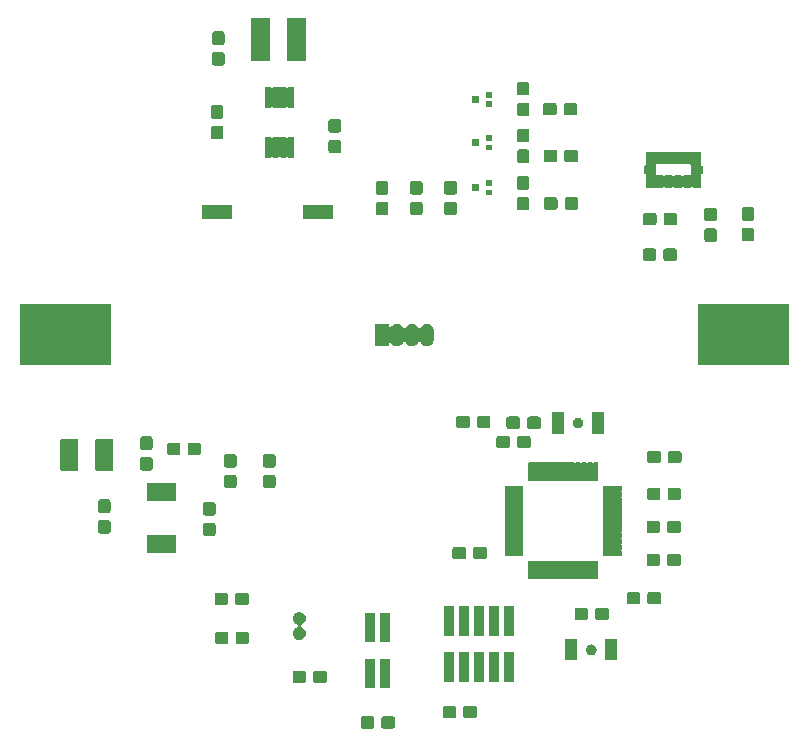
<source format=gbr>
G04 #@! TF.GenerationSoftware,KiCad,Pcbnew,5.1.5-52549c5~84~ubuntu18.04.1*
G04 #@! TF.CreationDate,2020-01-06T13:59:53+01:00*
G04 #@! TF.ProjectId,PCB-Ange,5043422d-416e-4676-952e-6b696361645f,rev?*
G04 #@! TF.SameCoordinates,Original*
G04 #@! TF.FileFunction,Soldermask,Top*
G04 #@! TF.FilePolarity,Negative*
%FSLAX46Y46*%
G04 Gerber Fmt 4.6, Leading zero omitted, Abs format (unit mm)*
G04 Created by KiCad (PCBNEW 5.1.5-52549c5~84~ubuntu18.04.1) date 2020-01-06 13:59:53*
%MOMM*%
%LPD*%
G04 APERTURE LIST*
%ADD10C,0.100000*%
G04 APERTURE END LIST*
D10*
G36*
X99042899Y-132295245D02*
G01*
X99080395Y-132306620D01*
X99114954Y-132325092D01*
X99145247Y-132349953D01*
X99170108Y-132380246D01*
X99188580Y-132414805D01*
X99199955Y-132452301D01*
X99204400Y-132497438D01*
X99204400Y-133136162D01*
X99199955Y-133181299D01*
X99188580Y-133218795D01*
X99170108Y-133253354D01*
X99145247Y-133283647D01*
X99114954Y-133308508D01*
X99080395Y-133326980D01*
X99042899Y-133338355D01*
X98997762Y-133342800D01*
X98259038Y-133342800D01*
X98213901Y-133338355D01*
X98176405Y-133326980D01*
X98141846Y-133308508D01*
X98111553Y-133283647D01*
X98086692Y-133253354D01*
X98068220Y-133218795D01*
X98056845Y-133181299D01*
X98052400Y-133136162D01*
X98052400Y-132497438D01*
X98056845Y-132452301D01*
X98068220Y-132414805D01*
X98086692Y-132380246D01*
X98111553Y-132349953D01*
X98141846Y-132325092D01*
X98176405Y-132306620D01*
X98213901Y-132295245D01*
X98259038Y-132290800D01*
X98997762Y-132290800D01*
X99042899Y-132295245D01*
G37*
G36*
X97292899Y-132295245D02*
G01*
X97330395Y-132306620D01*
X97364954Y-132325092D01*
X97395247Y-132349953D01*
X97420108Y-132380246D01*
X97438580Y-132414805D01*
X97449955Y-132452301D01*
X97454400Y-132497438D01*
X97454400Y-133136162D01*
X97449955Y-133181299D01*
X97438580Y-133218795D01*
X97420108Y-133253354D01*
X97395247Y-133283647D01*
X97364954Y-133308508D01*
X97330395Y-133326980D01*
X97292899Y-133338355D01*
X97247762Y-133342800D01*
X96509038Y-133342800D01*
X96463901Y-133338355D01*
X96426405Y-133326980D01*
X96391846Y-133308508D01*
X96361553Y-133283647D01*
X96336692Y-133253354D01*
X96318220Y-133218795D01*
X96306845Y-133181299D01*
X96302400Y-133136162D01*
X96302400Y-132497438D01*
X96306845Y-132452301D01*
X96318220Y-132414805D01*
X96336692Y-132380246D01*
X96361553Y-132349953D01*
X96391846Y-132325092D01*
X96426405Y-132306620D01*
X96463901Y-132295245D01*
X96509038Y-132290800D01*
X97247762Y-132290800D01*
X97292899Y-132295245D01*
G37*
G36*
X105974499Y-131431645D02*
G01*
X106011995Y-131443020D01*
X106046554Y-131461492D01*
X106076847Y-131486353D01*
X106101708Y-131516646D01*
X106120180Y-131551205D01*
X106131555Y-131588701D01*
X106136000Y-131633838D01*
X106136000Y-132272562D01*
X106131555Y-132317699D01*
X106120180Y-132355195D01*
X106101708Y-132389754D01*
X106076847Y-132420047D01*
X106046554Y-132444908D01*
X106011995Y-132463380D01*
X105974499Y-132474755D01*
X105929362Y-132479200D01*
X105190638Y-132479200D01*
X105145501Y-132474755D01*
X105108005Y-132463380D01*
X105073446Y-132444908D01*
X105043153Y-132420047D01*
X105018292Y-132389754D01*
X104999820Y-132355195D01*
X104988445Y-132317699D01*
X104984000Y-132272562D01*
X104984000Y-131633838D01*
X104988445Y-131588701D01*
X104999820Y-131551205D01*
X105018292Y-131516646D01*
X105043153Y-131486353D01*
X105073446Y-131461492D01*
X105108005Y-131443020D01*
X105145501Y-131431645D01*
X105190638Y-131427200D01*
X105929362Y-131427200D01*
X105974499Y-131431645D01*
G37*
G36*
X104224499Y-131431645D02*
G01*
X104261995Y-131443020D01*
X104296554Y-131461492D01*
X104326847Y-131486353D01*
X104351708Y-131516646D01*
X104370180Y-131551205D01*
X104381555Y-131588701D01*
X104386000Y-131633838D01*
X104386000Y-132272562D01*
X104381555Y-132317699D01*
X104370180Y-132355195D01*
X104351708Y-132389754D01*
X104326847Y-132420047D01*
X104296554Y-132444908D01*
X104261995Y-132463380D01*
X104224499Y-132474755D01*
X104179362Y-132479200D01*
X103440638Y-132479200D01*
X103395501Y-132474755D01*
X103358005Y-132463380D01*
X103323446Y-132444908D01*
X103293153Y-132420047D01*
X103268292Y-132389754D01*
X103249820Y-132355195D01*
X103238445Y-132317699D01*
X103234000Y-132272562D01*
X103234000Y-131633838D01*
X103238445Y-131588701D01*
X103249820Y-131551205D01*
X103268292Y-131516646D01*
X103293153Y-131486353D01*
X103323446Y-131461492D01*
X103358005Y-131443020D01*
X103395501Y-131431645D01*
X103440638Y-131427200D01*
X104179362Y-131427200D01*
X104224499Y-131431645D01*
G37*
G36*
X97500000Y-129921800D02*
G01*
X96658000Y-129921800D01*
X96658000Y-127419800D01*
X97500000Y-127419800D01*
X97500000Y-129921800D01*
G37*
G36*
X98770000Y-129921800D02*
G01*
X97928000Y-129921800D01*
X97928000Y-127419800D01*
X98770000Y-127419800D01*
X98770000Y-129921800D01*
G37*
G36*
X91524499Y-128434445D02*
G01*
X91561995Y-128445820D01*
X91596554Y-128464292D01*
X91626847Y-128489153D01*
X91651708Y-128519446D01*
X91670180Y-128554005D01*
X91681555Y-128591501D01*
X91686000Y-128636638D01*
X91686000Y-129275362D01*
X91681555Y-129320499D01*
X91670180Y-129357995D01*
X91651708Y-129392554D01*
X91626847Y-129422847D01*
X91596554Y-129447708D01*
X91561995Y-129466180D01*
X91524499Y-129477555D01*
X91479362Y-129482000D01*
X90740638Y-129482000D01*
X90695501Y-129477555D01*
X90658005Y-129466180D01*
X90623446Y-129447708D01*
X90593153Y-129422847D01*
X90568292Y-129392554D01*
X90549820Y-129357995D01*
X90538445Y-129320499D01*
X90534000Y-129275362D01*
X90534000Y-128636638D01*
X90538445Y-128591501D01*
X90549820Y-128554005D01*
X90568292Y-128519446D01*
X90593153Y-128489153D01*
X90623446Y-128464292D01*
X90658005Y-128445820D01*
X90695501Y-128434445D01*
X90740638Y-128430000D01*
X91479362Y-128430000D01*
X91524499Y-128434445D01*
G37*
G36*
X93274499Y-128434445D02*
G01*
X93311995Y-128445820D01*
X93346554Y-128464292D01*
X93376847Y-128489153D01*
X93401708Y-128519446D01*
X93420180Y-128554005D01*
X93431555Y-128591501D01*
X93436000Y-128636638D01*
X93436000Y-129275362D01*
X93431555Y-129320499D01*
X93420180Y-129357995D01*
X93401708Y-129392554D01*
X93376847Y-129422847D01*
X93346554Y-129447708D01*
X93311995Y-129466180D01*
X93274499Y-129477555D01*
X93229362Y-129482000D01*
X92490638Y-129482000D01*
X92445501Y-129477555D01*
X92408005Y-129466180D01*
X92373446Y-129447708D01*
X92343153Y-129422847D01*
X92318292Y-129392554D01*
X92299820Y-129357995D01*
X92288445Y-129320499D01*
X92284000Y-129275362D01*
X92284000Y-128636638D01*
X92288445Y-128591501D01*
X92299820Y-128554005D01*
X92318292Y-128519446D01*
X92343153Y-128489153D01*
X92373446Y-128464292D01*
X92408005Y-128445820D01*
X92445501Y-128434445D01*
X92490638Y-128430000D01*
X93229362Y-128430000D01*
X93274499Y-128434445D01*
G37*
G36*
X109311000Y-129363000D02*
G01*
X108469000Y-129363000D01*
X108469000Y-126861000D01*
X109311000Y-126861000D01*
X109311000Y-129363000D01*
G37*
G36*
X104231000Y-129363000D02*
G01*
X103389000Y-129363000D01*
X103389000Y-126861000D01*
X104231000Y-126861000D01*
X104231000Y-129363000D01*
G37*
G36*
X108041000Y-129363000D02*
G01*
X107199000Y-129363000D01*
X107199000Y-126861000D01*
X108041000Y-126861000D01*
X108041000Y-129363000D01*
G37*
G36*
X106771000Y-129363000D02*
G01*
X105929000Y-129363000D01*
X105929000Y-126861000D01*
X106771000Y-126861000D01*
X106771000Y-129363000D01*
G37*
G36*
X105501000Y-129363000D02*
G01*
X104659000Y-129363000D01*
X104659000Y-126861000D01*
X105501000Y-126861000D01*
X105501000Y-129363000D01*
G37*
G36*
X114627000Y-127571000D02*
G01*
X113625000Y-127571000D01*
X113625000Y-125769000D01*
X114627000Y-125769000D01*
X114627000Y-127571000D01*
G37*
G36*
X118027000Y-127571000D02*
G01*
X117025000Y-127571000D01*
X117025000Y-125769000D01*
X118027000Y-125769000D01*
X118027000Y-127571000D01*
G37*
G36*
X115957552Y-126236331D02*
G01*
X116039627Y-126270328D01*
X116039629Y-126270329D01*
X116076813Y-126295175D01*
X116113495Y-126319685D01*
X116176315Y-126382505D01*
X116225672Y-126456373D01*
X116259669Y-126538448D01*
X116277000Y-126625579D01*
X116277000Y-126714421D01*
X116259669Y-126801552D01*
X116225672Y-126883627D01*
X116225671Y-126883629D01*
X116176314Y-126957496D01*
X116113496Y-127020314D01*
X116039629Y-127069671D01*
X116039628Y-127069672D01*
X116039627Y-127069672D01*
X115957552Y-127103669D01*
X115870421Y-127121000D01*
X115781579Y-127121000D01*
X115694448Y-127103669D01*
X115612373Y-127069672D01*
X115612372Y-127069672D01*
X115612371Y-127069671D01*
X115538504Y-127020314D01*
X115475686Y-126957496D01*
X115426329Y-126883629D01*
X115426328Y-126883627D01*
X115392331Y-126801552D01*
X115375000Y-126714421D01*
X115375000Y-126625579D01*
X115392331Y-126538448D01*
X115426328Y-126456373D01*
X115475685Y-126382505D01*
X115538505Y-126319685D01*
X115575187Y-126295175D01*
X115612371Y-126270329D01*
X115612373Y-126270328D01*
X115694448Y-126236331D01*
X115781579Y-126219000D01*
X115870421Y-126219000D01*
X115957552Y-126236331D01*
G37*
G36*
X86698499Y-125132445D02*
G01*
X86735995Y-125143820D01*
X86770554Y-125162292D01*
X86800847Y-125187153D01*
X86825708Y-125217446D01*
X86844180Y-125252005D01*
X86855555Y-125289501D01*
X86860000Y-125334638D01*
X86860000Y-125973362D01*
X86855555Y-126018499D01*
X86844180Y-126055995D01*
X86825708Y-126090554D01*
X86800847Y-126120847D01*
X86770554Y-126145708D01*
X86735995Y-126164180D01*
X86698499Y-126175555D01*
X86653362Y-126180000D01*
X85914638Y-126180000D01*
X85869501Y-126175555D01*
X85832005Y-126164180D01*
X85797446Y-126145708D01*
X85767153Y-126120847D01*
X85742292Y-126090554D01*
X85723820Y-126055995D01*
X85712445Y-126018499D01*
X85708000Y-125973362D01*
X85708000Y-125334638D01*
X85712445Y-125289501D01*
X85723820Y-125252005D01*
X85742292Y-125217446D01*
X85767153Y-125187153D01*
X85797446Y-125162292D01*
X85832005Y-125143820D01*
X85869501Y-125132445D01*
X85914638Y-125128000D01*
X86653362Y-125128000D01*
X86698499Y-125132445D01*
G37*
G36*
X84948499Y-125132445D02*
G01*
X84985995Y-125143820D01*
X85020554Y-125162292D01*
X85050847Y-125187153D01*
X85075708Y-125217446D01*
X85094180Y-125252005D01*
X85105555Y-125289501D01*
X85110000Y-125334638D01*
X85110000Y-125973362D01*
X85105555Y-126018499D01*
X85094180Y-126055995D01*
X85075708Y-126090554D01*
X85050847Y-126120847D01*
X85020554Y-126145708D01*
X84985995Y-126164180D01*
X84948499Y-126175555D01*
X84903362Y-126180000D01*
X84164638Y-126180000D01*
X84119501Y-126175555D01*
X84082005Y-126164180D01*
X84047446Y-126145708D01*
X84017153Y-126120847D01*
X83992292Y-126090554D01*
X83973820Y-126055995D01*
X83962445Y-126018499D01*
X83958000Y-125973362D01*
X83958000Y-125334638D01*
X83962445Y-125289501D01*
X83973820Y-125252005D01*
X83992292Y-125217446D01*
X84017153Y-125187153D01*
X84047446Y-125162292D01*
X84082005Y-125143820D01*
X84119501Y-125132445D01*
X84164638Y-125128000D01*
X84903362Y-125128000D01*
X84948499Y-125132445D01*
G37*
G36*
X98770000Y-126021800D02*
G01*
X97928000Y-126021800D01*
X97928000Y-123519800D01*
X98770000Y-123519800D01*
X98770000Y-126021800D01*
G37*
G36*
X97500000Y-126021800D02*
G01*
X96658000Y-126021800D01*
X96658000Y-123519800D01*
X97500000Y-123519800D01*
X97500000Y-126021800D01*
G37*
G36*
X91270721Y-123473174D02*
G01*
X91370995Y-123514709D01*
X91370996Y-123514710D01*
X91461242Y-123575010D01*
X91537990Y-123651758D01*
X91537991Y-123651760D01*
X91598291Y-123742005D01*
X91639826Y-123842279D01*
X91661000Y-123948730D01*
X91661000Y-124057270D01*
X91639826Y-124163721D01*
X91598291Y-124263995D01*
X91598290Y-124263996D01*
X91537990Y-124354242D01*
X91461242Y-124430990D01*
X91415812Y-124461345D01*
X91370995Y-124491291D01*
X91295611Y-124522516D01*
X91274000Y-124534067D01*
X91255059Y-124549612D01*
X91239513Y-124568554D01*
X91227962Y-124590165D01*
X91220849Y-124613614D01*
X91218447Y-124638000D01*
X91220849Y-124662386D01*
X91227962Y-124685835D01*
X91239513Y-124707446D01*
X91255058Y-124726387D01*
X91274000Y-124741933D01*
X91295611Y-124753484D01*
X91370995Y-124784709D01*
X91370996Y-124784710D01*
X91461242Y-124845010D01*
X91537990Y-124921758D01*
X91537991Y-124921760D01*
X91598291Y-125012005D01*
X91639826Y-125112279D01*
X91661000Y-125218730D01*
X91661000Y-125327270D01*
X91639826Y-125433721D01*
X91598291Y-125533995D01*
X91598290Y-125533996D01*
X91537990Y-125624242D01*
X91461242Y-125700990D01*
X91415812Y-125731345D01*
X91370995Y-125761291D01*
X91270721Y-125802826D01*
X91164270Y-125824000D01*
X91055730Y-125824000D01*
X90949279Y-125802826D01*
X90849005Y-125761291D01*
X90804188Y-125731345D01*
X90758758Y-125700990D01*
X90682010Y-125624242D01*
X90621710Y-125533996D01*
X90621709Y-125533995D01*
X90580174Y-125433721D01*
X90559000Y-125327270D01*
X90559000Y-125218730D01*
X90580174Y-125112279D01*
X90621709Y-125012005D01*
X90682009Y-124921760D01*
X90682010Y-124921758D01*
X90758758Y-124845010D01*
X90849004Y-124784710D01*
X90849005Y-124784709D01*
X90924389Y-124753484D01*
X90946000Y-124741933D01*
X90964941Y-124726388D01*
X90980487Y-124707446D01*
X90992038Y-124685835D01*
X90999151Y-124662386D01*
X91001553Y-124638000D01*
X90999151Y-124613614D01*
X90992038Y-124590165D01*
X90980487Y-124568554D01*
X90964942Y-124549613D01*
X90946000Y-124534067D01*
X90924389Y-124522516D01*
X90849005Y-124491291D01*
X90804188Y-124461345D01*
X90758758Y-124430990D01*
X90682010Y-124354242D01*
X90621710Y-124263996D01*
X90621709Y-124263995D01*
X90580174Y-124163721D01*
X90559000Y-124057270D01*
X90559000Y-123948730D01*
X90580174Y-123842279D01*
X90621709Y-123742005D01*
X90682009Y-123651760D01*
X90682010Y-123651758D01*
X90758758Y-123575010D01*
X90849004Y-123514710D01*
X90849005Y-123514709D01*
X90949279Y-123473174D01*
X91055730Y-123452000D01*
X91164270Y-123452000D01*
X91270721Y-123473174D01*
G37*
G36*
X104231000Y-125463000D02*
G01*
X103389000Y-125463000D01*
X103389000Y-122961000D01*
X104231000Y-122961000D01*
X104231000Y-125463000D01*
G37*
G36*
X105501000Y-125463000D02*
G01*
X104659000Y-125463000D01*
X104659000Y-122961000D01*
X105501000Y-122961000D01*
X105501000Y-125463000D01*
G37*
G36*
X109311000Y-125463000D02*
G01*
X108469000Y-125463000D01*
X108469000Y-122961000D01*
X109311000Y-122961000D01*
X109311000Y-125463000D01*
G37*
G36*
X106771000Y-125463000D02*
G01*
X105929000Y-125463000D01*
X105929000Y-122961000D01*
X106771000Y-122961000D01*
X106771000Y-125463000D01*
G37*
G36*
X108041000Y-125463000D02*
G01*
X107199000Y-125463000D01*
X107199000Y-122961000D01*
X108041000Y-122961000D01*
X108041000Y-125463000D01*
G37*
G36*
X115400499Y-123100445D02*
G01*
X115437995Y-123111820D01*
X115472554Y-123130292D01*
X115502847Y-123155153D01*
X115527708Y-123185446D01*
X115546180Y-123220005D01*
X115557555Y-123257501D01*
X115562000Y-123302638D01*
X115562000Y-123941362D01*
X115557555Y-123986499D01*
X115546180Y-124023995D01*
X115527708Y-124058554D01*
X115502847Y-124088847D01*
X115472554Y-124113708D01*
X115437995Y-124132180D01*
X115400499Y-124143555D01*
X115355362Y-124148000D01*
X114616638Y-124148000D01*
X114571501Y-124143555D01*
X114534005Y-124132180D01*
X114499446Y-124113708D01*
X114469153Y-124088847D01*
X114444292Y-124058554D01*
X114425820Y-124023995D01*
X114414445Y-123986499D01*
X114410000Y-123941362D01*
X114410000Y-123302638D01*
X114414445Y-123257501D01*
X114425820Y-123220005D01*
X114444292Y-123185446D01*
X114469153Y-123155153D01*
X114499446Y-123130292D01*
X114534005Y-123111820D01*
X114571501Y-123100445D01*
X114616638Y-123096000D01*
X115355362Y-123096000D01*
X115400499Y-123100445D01*
G37*
G36*
X117150499Y-123100445D02*
G01*
X117187995Y-123111820D01*
X117222554Y-123130292D01*
X117252847Y-123155153D01*
X117277708Y-123185446D01*
X117296180Y-123220005D01*
X117307555Y-123257501D01*
X117312000Y-123302638D01*
X117312000Y-123941362D01*
X117307555Y-123986499D01*
X117296180Y-124023995D01*
X117277708Y-124058554D01*
X117252847Y-124088847D01*
X117222554Y-124113708D01*
X117187995Y-124132180D01*
X117150499Y-124143555D01*
X117105362Y-124148000D01*
X116366638Y-124148000D01*
X116321501Y-124143555D01*
X116284005Y-124132180D01*
X116249446Y-124113708D01*
X116219153Y-124088847D01*
X116194292Y-124058554D01*
X116175820Y-124023995D01*
X116164445Y-123986499D01*
X116160000Y-123941362D01*
X116160000Y-123302638D01*
X116164445Y-123257501D01*
X116175820Y-123220005D01*
X116194292Y-123185446D01*
X116219153Y-123155153D01*
X116249446Y-123130292D01*
X116284005Y-123111820D01*
X116321501Y-123100445D01*
X116366638Y-123096000D01*
X117105362Y-123096000D01*
X117150499Y-123100445D01*
G37*
G36*
X86670499Y-121830445D02*
G01*
X86707995Y-121841820D01*
X86742554Y-121860292D01*
X86772847Y-121885153D01*
X86797708Y-121915446D01*
X86816180Y-121950005D01*
X86827555Y-121987501D01*
X86832000Y-122032638D01*
X86832000Y-122671362D01*
X86827555Y-122716499D01*
X86816180Y-122753995D01*
X86797708Y-122788554D01*
X86772847Y-122818847D01*
X86742554Y-122843708D01*
X86707995Y-122862180D01*
X86670499Y-122873555D01*
X86625362Y-122878000D01*
X85886638Y-122878000D01*
X85841501Y-122873555D01*
X85804005Y-122862180D01*
X85769446Y-122843708D01*
X85739153Y-122818847D01*
X85714292Y-122788554D01*
X85695820Y-122753995D01*
X85684445Y-122716499D01*
X85680000Y-122671362D01*
X85680000Y-122032638D01*
X85684445Y-121987501D01*
X85695820Y-121950005D01*
X85714292Y-121915446D01*
X85739153Y-121885153D01*
X85769446Y-121860292D01*
X85804005Y-121841820D01*
X85841501Y-121830445D01*
X85886638Y-121826000D01*
X86625362Y-121826000D01*
X86670499Y-121830445D01*
G37*
G36*
X84920499Y-121830445D02*
G01*
X84957995Y-121841820D01*
X84992554Y-121860292D01*
X85022847Y-121885153D01*
X85047708Y-121915446D01*
X85066180Y-121950005D01*
X85077555Y-121987501D01*
X85082000Y-122032638D01*
X85082000Y-122671362D01*
X85077555Y-122716499D01*
X85066180Y-122753995D01*
X85047708Y-122788554D01*
X85022847Y-122818847D01*
X84992554Y-122843708D01*
X84957995Y-122862180D01*
X84920499Y-122873555D01*
X84875362Y-122878000D01*
X84136638Y-122878000D01*
X84091501Y-122873555D01*
X84054005Y-122862180D01*
X84019446Y-122843708D01*
X83989153Y-122818847D01*
X83964292Y-122788554D01*
X83945820Y-122753995D01*
X83934445Y-122716499D01*
X83930000Y-122671362D01*
X83930000Y-122032638D01*
X83934445Y-121987501D01*
X83945820Y-121950005D01*
X83964292Y-121915446D01*
X83989153Y-121885153D01*
X84019446Y-121860292D01*
X84054005Y-121841820D01*
X84091501Y-121830445D01*
X84136638Y-121826000D01*
X84875362Y-121826000D01*
X84920499Y-121830445D01*
G37*
G36*
X119820099Y-121779645D02*
G01*
X119857595Y-121791020D01*
X119892154Y-121809492D01*
X119922447Y-121834353D01*
X119947308Y-121864646D01*
X119965780Y-121899205D01*
X119977155Y-121936701D01*
X119981600Y-121981838D01*
X119981600Y-122620562D01*
X119977155Y-122665699D01*
X119965780Y-122703195D01*
X119947308Y-122737754D01*
X119922447Y-122768047D01*
X119892154Y-122792908D01*
X119857595Y-122811380D01*
X119820099Y-122822755D01*
X119774962Y-122827200D01*
X119036238Y-122827200D01*
X118991101Y-122822755D01*
X118953605Y-122811380D01*
X118919046Y-122792908D01*
X118888753Y-122768047D01*
X118863892Y-122737754D01*
X118845420Y-122703195D01*
X118834045Y-122665699D01*
X118829600Y-122620562D01*
X118829600Y-121981838D01*
X118834045Y-121936701D01*
X118845420Y-121899205D01*
X118863892Y-121864646D01*
X118888753Y-121834353D01*
X118919046Y-121809492D01*
X118953605Y-121791020D01*
X118991101Y-121779645D01*
X119036238Y-121775200D01*
X119774962Y-121775200D01*
X119820099Y-121779645D01*
G37*
G36*
X121570099Y-121779645D02*
G01*
X121607595Y-121791020D01*
X121642154Y-121809492D01*
X121672447Y-121834353D01*
X121697308Y-121864646D01*
X121715780Y-121899205D01*
X121727155Y-121936701D01*
X121731600Y-121981838D01*
X121731600Y-122620562D01*
X121727155Y-122665699D01*
X121715780Y-122703195D01*
X121697308Y-122737754D01*
X121672447Y-122768047D01*
X121642154Y-122792908D01*
X121607595Y-122811380D01*
X121570099Y-122822755D01*
X121524962Y-122827200D01*
X120786238Y-122827200D01*
X120741101Y-122822755D01*
X120703605Y-122811380D01*
X120669046Y-122792908D01*
X120638753Y-122768047D01*
X120613892Y-122737754D01*
X120595420Y-122703195D01*
X120584045Y-122665699D01*
X120579600Y-122620562D01*
X120579600Y-121981838D01*
X120584045Y-121936701D01*
X120595420Y-121899205D01*
X120613892Y-121864646D01*
X120638753Y-121834353D01*
X120669046Y-121809492D01*
X120703605Y-121791020D01*
X120741101Y-121779645D01*
X120786238Y-121775200D01*
X121524962Y-121775200D01*
X121570099Y-121779645D01*
G37*
G36*
X110882295Y-119123323D02*
G01*
X110889309Y-119125451D01*
X110903077Y-119132810D01*
X110925716Y-119142187D01*
X110949749Y-119146967D01*
X110974253Y-119146967D01*
X110998286Y-119142186D01*
X111020923Y-119132810D01*
X111034691Y-119125451D01*
X111041705Y-119123323D01*
X111055140Y-119122000D01*
X111368860Y-119122000D01*
X111382295Y-119123323D01*
X111389309Y-119125451D01*
X111403077Y-119132810D01*
X111425716Y-119142187D01*
X111449749Y-119146967D01*
X111474253Y-119146967D01*
X111498286Y-119142186D01*
X111520923Y-119132810D01*
X111534691Y-119125451D01*
X111541705Y-119123323D01*
X111555140Y-119122000D01*
X111868860Y-119122000D01*
X111882295Y-119123323D01*
X111889309Y-119125451D01*
X111903077Y-119132810D01*
X111925716Y-119142187D01*
X111949749Y-119146967D01*
X111974253Y-119146967D01*
X111998286Y-119142186D01*
X112020923Y-119132810D01*
X112034691Y-119125451D01*
X112041705Y-119123323D01*
X112055140Y-119122000D01*
X112368860Y-119122000D01*
X112382295Y-119123323D01*
X112389309Y-119125451D01*
X112403077Y-119132810D01*
X112425716Y-119142187D01*
X112449749Y-119146967D01*
X112474253Y-119146967D01*
X112498286Y-119142186D01*
X112520923Y-119132810D01*
X112534691Y-119125451D01*
X112541705Y-119123323D01*
X112555140Y-119122000D01*
X112868860Y-119122000D01*
X112882295Y-119123323D01*
X112889309Y-119125451D01*
X112903077Y-119132810D01*
X112925716Y-119142187D01*
X112949749Y-119146967D01*
X112974253Y-119146967D01*
X112998286Y-119142186D01*
X113020923Y-119132810D01*
X113034691Y-119125451D01*
X113041705Y-119123323D01*
X113055140Y-119122000D01*
X113368860Y-119122000D01*
X113382295Y-119123323D01*
X113389309Y-119125451D01*
X113403077Y-119132810D01*
X113425716Y-119142187D01*
X113449749Y-119146967D01*
X113474253Y-119146967D01*
X113498286Y-119142186D01*
X113520923Y-119132810D01*
X113534691Y-119125451D01*
X113541705Y-119123323D01*
X113555140Y-119122000D01*
X113868860Y-119122000D01*
X113882295Y-119123323D01*
X113889309Y-119125451D01*
X113903077Y-119132810D01*
X113925716Y-119142187D01*
X113949749Y-119146967D01*
X113974253Y-119146967D01*
X113998286Y-119142186D01*
X114020923Y-119132810D01*
X114034691Y-119125451D01*
X114041705Y-119123323D01*
X114055140Y-119122000D01*
X114368860Y-119122000D01*
X114382295Y-119123323D01*
X114389309Y-119125451D01*
X114403077Y-119132810D01*
X114425716Y-119142187D01*
X114449749Y-119146967D01*
X114474253Y-119146967D01*
X114498286Y-119142186D01*
X114520923Y-119132810D01*
X114534691Y-119125451D01*
X114541705Y-119123323D01*
X114555140Y-119122000D01*
X114868860Y-119122000D01*
X114882295Y-119123323D01*
X114889309Y-119125451D01*
X114903077Y-119132810D01*
X114925716Y-119142187D01*
X114949749Y-119146967D01*
X114974253Y-119146967D01*
X114998286Y-119142186D01*
X115020923Y-119132810D01*
X115034691Y-119125451D01*
X115041705Y-119123323D01*
X115055140Y-119122000D01*
X115368860Y-119122000D01*
X115382295Y-119123323D01*
X115389309Y-119125451D01*
X115403077Y-119132810D01*
X115425716Y-119142187D01*
X115449749Y-119146967D01*
X115474253Y-119146967D01*
X115498286Y-119142186D01*
X115520923Y-119132810D01*
X115534691Y-119125451D01*
X115541705Y-119123323D01*
X115555140Y-119122000D01*
X115868860Y-119122000D01*
X115882295Y-119123323D01*
X115889309Y-119125451D01*
X115903077Y-119132810D01*
X115925716Y-119142187D01*
X115949749Y-119146967D01*
X115974253Y-119146967D01*
X115998286Y-119142186D01*
X116020923Y-119132810D01*
X116034691Y-119125451D01*
X116041705Y-119123323D01*
X116055140Y-119122000D01*
X116368860Y-119122000D01*
X116382295Y-119123323D01*
X116389310Y-119125451D01*
X116395776Y-119128908D01*
X116401442Y-119133558D01*
X116406092Y-119139224D01*
X116409549Y-119145690D01*
X116411677Y-119152705D01*
X116413000Y-119166140D01*
X116413000Y-120654860D01*
X116411677Y-120668295D01*
X116409549Y-120675310D01*
X116406092Y-120681776D01*
X116401442Y-120687442D01*
X116395776Y-120692092D01*
X116389310Y-120695549D01*
X116382295Y-120697677D01*
X116368860Y-120699000D01*
X116055140Y-120699000D01*
X116041705Y-120697677D01*
X116034691Y-120695549D01*
X116020923Y-120688190D01*
X115998284Y-120678813D01*
X115974251Y-120674033D01*
X115949747Y-120674033D01*
X115925714Y-120678814D01*
X115903077Y-120688190D01*
X115889309Y-120695549D01*
X115882295Y-120697677D01*
X115868860Y-120699000D01*
X115555140Y-120699000D01*
X115541705Y-120697677D01*
X115534691Y-120695549D01*
X115520923Y-120688190D01*
X115498284Y-120678813D01*
X115474251Y-120674033D01*
X115449747Y-120674033D01*
X115425714Y-120678814D01*
X115403077Y-120688190D01*
X115389309Y-120695549D01*
X115382295Y-120697677D01*
X115368860Y-120699000D01*
X115055140Y-120699000D01*
X115041705Y-120697677D01*
X115034691Y-120695549D01*
X115020923Y-120688190D01*
X114998284Y-120678813D01*
X114974251Y-120674033D01*
X114949747Y-120674033D01*
X114925714Y-120678814D01*
X114903077Y-120688190D01*
X114889309Y-120695549D01*
X114882295Y-120697677D01*
X114868860Y-120699000D01*
X114555140Y-120699000D01*
X114541705Y-120697677D01*
X114534691Y-120695549D01*
X114520923Y-120688190D01*
X114498284Y-120678813D01*
X114474251Y-120674033D01*
X114449747Y-120674033D01*
X114425714Y-120678814D01*
X114403077Y-120688190D01*
X114389309Y-120695549D01*
X114382295Y-120697677D01*
X114368860Y-120699000D01*
X114055140Y-120699000D01*
X114041705Y-120697677D01*
X114034691Y-120695549D01*
X114020923Y-120688190D01*
X113998284Y-120678813D01*
X113974251Y-120674033D01*
X113949747Y-120674033D01*
X113925714Y-120678814D01*
X113903077Y-120688190D01*
X113889309Y-120695549D01*
X113882295Y-120697677D01*
X113868860Y-120699000D01*
X113555140Y-120699000D01*
X113541705Y-120697677D01*
X113534691Y-120695549D01*
X113520923Y-120688190D01*
X113498284Y-120678813D01*
X113474251Y-120674033D01*
X113449747Y-120674033D01*
X113425714Y-120678814D01*
X113403077Y-120688190D01*
X113389309Y-120695549D01*
X113382295Y-120697677D01*
X113368860Y-120699000D01*
X113055140Y-120699000D01*
X113041705Y-120697677D01*
X113034691Y-120695549D01*
X113020923Y-120688190D01*
X112998284Y-120678813D01*
X112974251Y-120674033D01*
X112949747Y-120674033D01*
X112925714Y-120678814D01*
X112903077Y-120688190D01*
X112889309Y-120695549D01*
X112882295Y-120697677D01*
X112868860Y-120699000D01*
X112555140Y-120699000D01*
X112541705Y-120697677D01*
X112534691Y-120695549D01*
X112520923Y-120688190D01*
X112498284Y-120678813D01*
X112474251Y-120674033D01*
X112449747Y-120674033D01*
X112425714Y-120678814D01*
X112403077Y-120688190D01*
X112389309Y-120695549D01*
X112382295Y-120697677D01*
X112368860Y-120699000D01*
X112055140Y-120699000D01*
X112041705Y-120697677D01*
X112034691Y-120695549D01*
X112020923Y-120688190D01*
X111998284Y-120678813D01*
X111974251Y-120674033D01*
X111949747Y-120674033D01*
X111925714Y-120678814D01*
X111903077Y-120688190D01*
X111889309Y-120695549D01*
X111882295Y-120697677D01*
X111868860Y-120699000D01*
X111555140Y-120699000D01*
X111541705Y-120697677D01*
X111534691Y-120695549D01*
X111520923Y-120688190D01*
X111498284Y-120678813D01*
X111474251Y-120674033D01*
X111449747Y-120674033D01*
X111425714Y-120678814D01*
X111403077Y-120688190D01*
X111389309Y-120695549D01*
X111382295Y-120697677D01*
X111368860Y-120699000D01*
X111055140Y-120699000D01*
X111041705Y-120697677D01*
X111034691Y-120695549D01*
X111020923Y-120688190D01*
X110998284Y-120678813D01*
X110974251Y-120674033D01*
X110949747Y-120674033D01*
X110925714Y-120678814D01*
X110903077Y-120688190D01*
X110889309Y-120695549D01*
X110882295Y-120697677D01*
X110868860Y-120699000D01*
X110555140Y-120699000D01*
X110541705Y-120697677D01*
X110534690Y-120695549D01*
X110528224Y-120692092D01*
X110522558Y-120687442D01*
X110517908Y-120681776D01*
X110514451Y-120675310D01*
X110512323Y-120668295D01*
X110511000Y-120654860D01*
X110511000Y-119166140D01*
X110512323Y-119152705D01*
X110514451Y-119145690D01*
X110517908Y-119139224D01*
X110522558Y-119133558D01*
X110528224Y-119128908D01*
X110534690Y-119125451D01*
X110541705Y-119123323D01*
X110555140Y-119122000D01*
X110868860Y-119122000D01*
X110882295Y-119123323D01*
G37*
G36*
X123246499Y-118528445D02*
G01*
X123283995Y-118539820D01*
X123318554Y-118558292D01*
X123348847Y-118583153D01*
X123373708Y-118613446D01*
X123392180Y-118648005D01*
X123403555Y-118685501D01*
X123408000Y-118730638D01*
X123408000Y-119369362D01*
X123403555Y-119414499D01*
X123392180Y-119451995D01*
X123373708Y-119486554D01*
X123348847Y-119516847D01*
X123318554Y-119541708D01*
X123283995Y-119560180D01*
X123246499Y-119571555D01*
X123201362Y-119576000D01*
X122462638Y-119576000D01*
X122417501Y-119571555D01*
X122380005Y-119560180D01*
X122345446Y-119541708D01*
X122315153Y-119516847D01*
X122290292Y-119486554D01*
X122271820Y-119451995D01*
X122260445Y-119414499D01*
X122256000Y-119369362D01*
X122256000Y-118730638D01*
X122260445Y-118685501D01*
X122271820Y-118648005D01*
X122290292Y-118613446D01*
X122315153Y-118583153D01*
X122345446Y-118558292D01*
X122380005Y-118539820D01*
X122417501Y-118528445D01*
X122462638Y-118524000D01*
X123201362Y-118524000D01*
X123246499Y-118528445D01*
G37*
G36*
X121496499Y-118528445D02*
G01*
X121533995Y-118539820D01*
X121568554Y-118558292D01*
X121598847Y-118583153D01*
X121623708Y-118613446D01*
X121642180Y-118648005D01*
X121653555Y-118685501D01*
X121658000Y-118730638D01*
X121658000Y-119369362D01*
X121653555Y-119414499D01*
X121642180Y-119451995D01*
X121623708Y-119486554D01*
X121598847Y-119516847D01*
X121568554Y-119541708D01*
X121533995Y-119560180D01*
X121496499Y-119571555D01*
X121451362Y-119576000D01*
X120712638Y-119576000D01*
X120667501Y-119571555D01*
X120630005Y-119560180D01*
X120595446Y-119541708D01*
X120565153Y-119516847D01*
X120540292Y-119486554D01*
X120521820Y-119451995D01*
X120510445Y-119414499D01*
X120506000Y-119369362D01*
X120506000Y-118730638D01*
X120510445Y-118685501D01*
X120521820Y-118648005D01*
X120540292Y-118613446D01*
X120565153Y-118583153D01*
X120595446Y-118558292D01*
X120630005Y-118539820D01*
X120667501Y-118528445D01*
X120712638Y-118524000D01*
X121451362Y-118524000D01*
X121496499Y-118528445D01*
G37*
G36*
X106815299Y-117969645D02*
G01*
X106852795Y-117981020D01*
X106887354Y-117999492D01*
X106917647Y-118024353D01*
X106942508Y-118054646D01*
X106960980Y-118089205D01*
X106972355Y-118126701D01*
X106976800Y-118171838D01*
X106976800Y-118810562D01*
X106972355Y-118855699D01*
X106960980Y-118893195D01*
X106942508Y-118927754D01*
X106917647Y-118958047D01*
X106887354Y-118982908D01*
X106852795Y-119001380D01*
X106815299Y-119012755D01*
X106770162Y-119017200D01*
X106031438Y-119017200D01*
X105986301Y-119012755D01*
X105948805Y-119001380D01*
X105914246Y-118982908D01*
X105883953Y-118958047D01*
X105859092Y-118927754D01*
X105840620Y-118893195D01*
X105829245Y-118855699D01*
X105824800Y-118810562D01*
X105824800Y-118171838D01*
X105829245Y-118126701D01*
X105840620Y-118089205D01*
X105859092Y-118054646D01*
X105883953Y-118024353D01*
X105914246Y-117999492D01*
X105948805Y-117981020D01*
X105986301Y-117969645D01*
X106031438Y-117965200D01*
X106770162Y-117965200D01*
X106815299Y-117969645D01*
G37*
G36*
X105065299Y-117969645D02*
G01*
X105102795Y-117981020D01*
X105137354Y-117999492D01*
X105167647Y-118024353D01*
X105192508Y-118054646D01*
X105210980Y-118089205D01*
X105222355Y-118126701D01*
X105226800Y-118171838D01*
X105226800Y-118810562D01*
X105222355Y-118855699D01*
X105210980Y-118893195D01*
X105192508Y-118927754D01*
X105167647Y-118958047D01*
X105137354Y-118982908D01*
X105102795Y-119001380D01*
X105065299Y-119012755D01*
X105020162Y-119017200D01*
X104281438Y-119017200D01*
X104236301Y-119012755D01*
X104198805Y-119001380D01*
X104164246Y-118982908D01*
X104133953Y-118958047D01*
X104109092Y-118927754D01*
X104090620Y-118893195D01*
X104079245Y-118855699D01*
X104074800Y-118810562D01*
X104074800Y-118171838D01*
X104079245Y-118126701D01*
X104090620Y-118089205D01*
X104109092Y-118054646D01*
X104133953Y-118024353D01*
X104164246Y-117999492D01*
X104198805Y-117981020D01*
X104236301Y-117969645D01*
X104281438Y-117965200D01*
X105020162Y-117965200D01*
X105065299Y-117969645D01*
G37*
G36*
X118382295Y-112798323D02*
G01*
X118389310Y-112800451D01*
X118395776Y-112803908D01*
X118401442Y-112808558D01*
X118406092Y-112814224D01*
X118409549Y-112820690D01*
X118411677Y-112827705D01*
X118413000Y-112841140D01*
X118413000Y-113154860D01*
X118411677Y-113168295D01*
X118409549Y-113175309D01*
X118402190Y-113189077D01*
X118392813Y-113211716D01*
X118388033Y-113235749D01*
X118388033Y-113260253D01*
X118392814Y-113284286D01*
X118402190Y-113306923D01*
X118409549Y-113320691D01*
X118411677Y-113327705D01*
X118413000Y-113341140D01*
X118413000Y-113654860D01*
X118411677Y-113668295D01*
X118409549Y-113675309D01*
X118402190Y-113689077D01*
X118392813Y-113711716D01*
X118388033Y-113735749D01*
X118388033Y-113760253D01*
X118392814Y-113784286D01*
X118402190Y-113806923D01*
X118409549Y-113820691D01*
X118411677Y-113827705D01*
X118413000Y-113841140D01*
X118413000Y-114154860D01*
X118411677Y-114168295D01*
X118409549Y-114175309D01*
X118402190Y-114189077D01*
X118392813Y-114211716D01*
X118388033Y-114235749D01*
X118388033Y-114260253D01*
X118392814Y-114284286D01*
X118402190Y-114306923D01*
X118409549Y-114320691D01*
X118411677Y-114327705D01*
X118413000Y-114341140D01*
X118413000Y-114654860D01*
X118411677Y-114668295D01*
X118409549Y-114675309D01*
X118402190Y-114689077D01*
X118392813Y-114711716D01*
X118388033Y-114735749D01*
X118388033Y-114760253D01*
X118392814Y-114784286D01*
X118402190Y-114806923D01*
X118409549Y-114820691D01*
X118411677Y-114827705D01*
X118413000Y-114841140D01*
X118413000Y-115154860D01*
X118411677Y-115168295D01*
X118409549Y-115175309D01*
X118402190Y-115189077D01*
X118392813Y-115211716D01*
X118388033Y-115235749D01*
X118388033Y-115260253D01*
X118392814Y-115284286D01*
X118402190Y-115306923D01*
X118409549Y-115320691D01*
X118411677Y-115327705D01*
X118413000Y-115341140D01*
X118413000Y-115654860D01*
X118411677Y-115668295D01*
X118409549Y-115675309D01*
X118402190Y-115689077D01*
X118392813Y-115711716D01*
X118388033Y-115735749D01*
X118388033Y-115760253D01*
X118392814Y-115784286D01*
X118402190Y-115806923D01*
X118409549Y-115820691D01*
X118411677Y-115827705D01*
X118413000Y-115841140D01*
X118413000Y-116154860D01*
X118411677Y-116168295D01*
X118409549Y-116175309D01*
X118402190Y-116189077D01*
X118392813Y-116211716D01*
X118388033Y-116235749D01*
X118388033Y-116260253D01*
X118392814Y-116284286D01*
X118402190Y-116306923D01*
X118409549Y-116320691D01*
X118411677Y-116327705D01*
X118413000Y-116341140D01*
X118413000Y-116654860D01*
X118411677Y-116668295D01*
X118409549Y-116675309D01*
X118402190Y-116689077D01*
X118392813Y-116711716D01*
X118388033Y-116735749D01*
X118388033Y-116760253D01*
X118392814Y-116784286D01*
X118402190Y-116806923D01*
X118409549Y-116820691D01*
X118411677Y-116827705D01*
X118413000Y-116841140D01*
X118413000Y-117154860D01*
X118411677Y-117168295D01*
X118409549Y-117175309D01*
X118402190Y-117189077D01*
X118392813Y-117211716D01*
X118388033Y-117235749D01*
X118388033Y-117260253D01*
X118392814Y-117284286D01*
X118402190Y-117306923D01*
X118409549Y-117320691D01*
X118411677Y-117327705D01*
X118413000Y-117341140D01*
X118413000Y-117654860D01*
X118411677Y-117668295D01*
X118409549Y-117675309D01*
X118402190Y-117689077D01*
X118392813Y-117711716D01*
X118388033Y-117735749D01*
X118388033Y-117760253D01*
X118392814Y-117784286D01*
X118402190Y-117806923D01*
X118409549Y-117820691D01*
X118411677Y-117827705D01*
X118413000Y-117841140D01*
X118413000Y-118154860D01*
X118411677Y-118168295D01*
X118409549Y-118175309D01*
X118402190Y-118189077D01*
X118392813Y-118211716D01*
X118388033Y-118235749D01*
X118388033Y-118260253D01*
X118392814Y-118284286D01*
X118402190Y-118306923D01*
X118409549Y-118320691D01*
X118411677Y-118327705D01*
X118413000Y-118341140D01*
X118413000Y-118654860D01*
X118411677Y-118668295D01*
X118409549Y-118675310D01*
X118406092Y-118681776D01*
X118401442Y-118687442D01*
X118395776Y-118692092D01*
X118389310Y-118695549D01*
X118382295Y-118697677D01*
X118368860Y-118699000D01*
X116880140Y-118699000D01*
X116866705Y-118697677D01*
X116859690Y-118695549D01*
X116853224Y-118692092D01*
X116847558Y-118687442D01*
X116842908Y-118681776D01*
X116839451Y-118675310D01*
X116837323Y-118668295D01*
X116836000Y-118654860D01*
X116836000Y-118341140D01*
X116837323Y-118327705D01*
X116839451Y-118320691D01*
X116846810Y-118306923D01*
X116856187Y-118284284D01*
X116860967Y-118260251D01*
X116860967Y-118235747D01*
X116856186Y-118211714D01*
X116846810Y-118189077D01*
X116839451Y-118175309D01*
X116837323Y-118168295D01*
X116836000Y-118154860D01*
X116836000Y-117841140D01*
X116837323Y-117827705D01*
X116839451Y-117820691D01*
X116846810Y-117806923D01*
X116856187Y-117784284D01*
X116860967Y-117760251D01*
X116860967Y-117735747D01*
X116856186Y-117711714D01*
X116846810Y-117689077D01*
X116839451Y-117675309D01*
X116837323Y-117668295D01*
X116836000Y-117654860D01*
X116836000Y-117341140D01*
X116837323Y-117327705D01*
X116839451Y-117320691D01*
X116846810Y-117306923D01*
X116856187Y-117284284D01*
X116860967Y-117260251D01*
X116860967Y-117235747D01*
X116856186Y-117211714D01*
X116846810Y-117189077D01*
X116839451Y-117175309D01*
X116837323Y-117168295D01*
X116836000Y-117154860D01*
X116836000Y-116841140D01*
X116837323Y-116827705D01*
X116839451Y-116820691D01*
X116846810Y-116806923D01*
X116856187Y-116784284D01*
X116860967Y-116760251D01*
X116860967Y-116735747D01*
X116856186Y-116711714D01*
X116846810Y-116689077D01*
X116839451Y-116675309D01*
X116837323Y-116668295D01*
X116836000Y-116654860D01*
X116836000Y-116341140D01*
X116837323Y-116327705D01*
X116839451Y-116320691D01*
X116846810Y-116306923D01*
X116856187Y-116284284D01*
X116860967Y-116260251D01*
X116860967Y-116235747D01*
X116856186Y-116211714D01*
X116846810Y-116189077D01*
X116839451Y-116175309D01*
X116837323Y-116168295D01*
X116836000Y-116154860D01*
X116836000Y-115841140D01*
X116837323Y-115827705D01*
X116839451Y-115820691D01*
X116846810Y-115806923D01*
X116856187Y-115784284D01*
X116860967Y-115760251D01*
X116860967Y-115735747D01*
X116856186Y-115711714D01*
X116846810Y-115689077D01*
X116839451Y-115675309D01*
X116837323Y-115668295D01*
X116836000Y-115654860D01*
X116836000Y-115341140D01*
X116837323Y-115327705D01*
X116839451Y-115320691D01*
X116846810Y-115306923D01*
X116856187Y-115284284D01*
X116860967Y-115260251D01*
X116860967Y-115235747D01*
X116856186Y-115211714D01*
X116846810Y-115189077D01*
X116839451Y-115175309D01*
X116837323Y-115168295D01*
X116836000Y-115154860D01*
X116836000Y-114841140D01*
X116837323Y-114827705D01*
X116839451Y-114820691D01*
X116846810Y-114806923D01*
X116856187Y-114784284D01*
X116860967Y-114760251D01*
X116860967Y-114735747D01*
X116856186Y-114711714D01*
X116846810Y-114689077D01*
X116839451Y-114675309D01*
X116837323Y-114668295D01*
X116836000Y-114654860D01*
X116836000Y-114341140D01*
X116837323Y-114327705D01*
X116839451Y-114320691D01*
X116846810Y-114306923D01*
X116856187Y-114284284D01*
X116860967Y-114260251D01*
X116860967Y-114235747D01*
X116856186Y-114211714D01*
X116846810Y-114189077D01*
X116839451Y-114175309D01*
X116837323Y-114168295D01*
X116836000Y-114154860D01*
X116836000Y-113841140D01*
X116837323Y-113827705D01*
X116839451Y-113820691D01*
X116846810Y-113806923D01*
X116856187Y-113784284D01*
X116860967Y-113760251D01*
X116860967Y-113735747D01*
X116856186Y-113711714D01*
X116846810Y-113689077D01*
X116839451Y-113675309D01*
X116837323Y-113668295D01*
X116836000Y-113654860D01*
X116836000Y-113341140D01*
X116837323Y-113327705D01*
X116839451Y-113320691D01*
X116846810Y-113306923D01*
X116856187Y-113284284D01*
X116860967Y-113260251D01*
X116860967Y-113235747D01*
X116856186Y-113211714D01*
X116846810Y-113189077D01*
X116839451Y-113175309D01*
X116837323Y-113168295D01*
X116836000Y-113154860D01*
X116836000Y-112841140D01*
X116837323Y-112827705D01*
X116839451Y-112820690D01*
X116842908Y-112814224D01*
X116847558Y-112808558D01*
X116853224Y-112803908D01*
X116859690Y-112800451D01*
X116866705Y-112798323D01*
X116880140Y-112797000D01*
X118368860Y-112797000D01*
X118382295Y-112798323D01*
G37*
G36*
X110057295Y-112798323D02*
G01*
X110064310Y-112800451D01*
X110070776Y-112803908D01*
X110076442Y-112808558D01*
X110081092Y-112814224D01*
X110084549Y-112820690D01*
X110086677Y-112827705D01*
X110088000Y-112841140D01*
X110088000Y-113154860D01*
X110086677Y-113168295D01*
X110084549Y-113175309D01*
X110077190Y-113189077D01*
X110067813Y-113211716D01*
X110063033Y-113235749D01*
X110063033Y-113260253D01*
X110067814Y-113284286D01*
X110077190Y-113306923D01*
X110084549Y-113320691D01*
X110086677Y-113327705D01*
X110088000Y-113341140D01*
X110088000Y-113654860D01*
X110086677Y-113668295D01*
X110084549Y-113675309D01*
X110077190Y-113689077D01*
X110067813Y-113711716D01*
X110063033Y-113735749D01*
X110063033Y-113760253D01*
X110067814Y-113784286D01*
X110077190Y-113806923D01*
X110084549Y-113820691D01*
X110086677Y-113827705D01*
X110088000Y-113841140D01*
X110088000Y-114154860D01*
X110086677Y-114168295D01*
X110084549Y-114175309D01*
X110077190Y-114189077D01*
X110067813Y-114211716D01*
X110063033Y-114235749D01*
X110063033Y-114260253D01*
X110067814Y-114284286D01*
X110077190Y-114306923D01*
X110084549Y-114320691D01*
X110086677Y-114327705D01*
X110088000Y-114341140D01*
X110088000Y-114654860D01*
X110086677Y-114668295D01*
X110084549Y-114675309D01*
X110077190Y-114689077D01*
X110067813Y-114711716D01*
X110063033Y-114735749D01*
X110063033Y-114760253D01*
X110067814Y-114784286D01*
X110077190Y-114806923D01*
X110084549Y-114820691D01*
X110086677Y-114827705D01*
X110088000Y-114841140D01*
X110088000Y-115154860D01*
X110086677Y-115168295D01*
X110084549Y-115175309D01*
X110077190Y-115189077D01*
X110067813Y-115211716D01*
X110063033Y-115235749D01*
X110063033Y-115260253D01*
X110067814Y-115284286D01*
X110077190Y-115306923D01*
X110084549Y-115320691D01*
X110086677Y-115327705D01*
X110088000Y-115341140D01*
X110088000Y-115654860D01*
X110086677Y-115668295D01*
X110084549Y-115675309D01*
X110077190Y-115689077D01*
X110067813Y-115711716D01*
X110063033Y-115735749D01*
X110063033Y-115760253D01*
X110067814Y-115784286D01*
X110077190Y-115806923D01*
X110084549Y-115820691D01*
X110086677Y-115827705D01*
X110088000Y-115841140D01*
X110088000Y-116154860D01*
X110086677Y-116168295D01*
X110084549Y-116175309D01*
X110077190Y-116189077D01*
X110067813Y-116211716D01*
X110063033Y-116235749D01*
X110063033Y-116260253D01*
X110067814Y-116284286D01*
X110077190Y-116306923D01*
X110084549Y-116320691D01*
X110086677Y-116327705D01*
X110088000Y-116341140D01*
X110088000Y-116654860D01*
X110086677Y-116668295D01*
X110084549Y-116675309D01*
X110077190Y-116689077D01*
X110067813Y-116711716D01*
X110063033Y-116735749D01*
X110063033Y-116760253D01*
X110067814Y-116784286D01*
X110077190Y-116806923D01*
X110084549Y-116820691D01*
X110086677Y-116827705D01*
X110088000Y-116841140D01*
X110088000Y-117154860D01*
X110086677Y-117168295D01*
X110084549Y-117175309D01*
X110077190Y-117189077D01*
X110067813Y-117211716D01*
X110063033Y-117235749D01*
X110063033Y-117260253D01*
X110067814Y-117284286D01*
X110077190Y-117306923D01*
X110084549Y-117320691D01*
X110086677Y-117327705D01*
X110088000Y-117341140D01*
X110088000Y-117654860D01*
X110086677Y-117668295D01*
X110084549Y-117675309D01*
X110077190Y-117689077D01*
X110067813Y-117711716D01*
X110063033Y-117735749D01*
X110063033Y-117760253D01*
X110067814Y-117784286D01*
X110077190Y-117806923D01*
X110084549Y-117820691D01*
X110086677Y-117827705D01*
X110088000Y-117841140D01*
X110088000Y-118154860D01*
X110086677Y-118168295D01*
X110084549Y-118175309D01*
X110077190Y-118189077D01*
X110067813Y-118211716D01*
X110063033Y-118235749D01*
X110063033Y-118260253D01*
X110067814Y-118284286D01*
X110077190Y-118306923D01*
X110084549Y-118320691D01*
X110086677Y-118327705D01*
X110088000Y-118341140D01*
X110088000Y-118654860D01*
X110086677Y-118668295D01*
X110084549Y-118675310D01*
X110081092Y-118681776D01*
X110076442Y-118687442D01*
X110070776Y-118692092D01*
X110064310Y-118695549D01*
X110057295Y-118697677D01*
X110043860Y-118699000D01*
X108555140Y-118699000D01*
X108541705Y-118697677D01*
X108534690Y-118695549D01*
X108528224Y-118692092D01*
X108522558Y-118687442D01*
X108517908Y-118681776D01*
X108514451Y-118675310D01*
X108512323Y-118668295D01*
X108511000Y-118654860D01*
X108511000Y-118341140D01*
X108512323Y-118327705D01*
X108514451Y-118320691D01*
X108521810Y-118306923D01*
X108531187Y-118284284D01*
X108535967Y-118260251D01*
X108535967Y-118235747D01*
X108531186Y-118211714D01*
X108521810Y-118189077D01*
X108514451Y-118175309D01*
X108512323Y-118168295D01*
X108511000Y-118154860D01*
X108511000Y-117841140D01*
X108512323Y-117827705D01*
X108514451Y-117820691D01*
X108521810Y-117806923D01*
X108531187Y-117784284D01*
X108535967Y-117760251D01*
X108535967Y-117735747D01*
X108531186Y-117711714D01*
X108521810Y-117689077D01*
X108514451Y-117675309D01*
X108512323Y-117668295D01*
X108511000Y-117654860D01*
X108511000Y-117341140D01*
X108512323Y-117327705D01*
X108514451Y-117320691D01*
X108521810Y-117306923D01*
X108531187Y-117284284D01*
X108535967Y-117260251D01*
X108535967Y-117235747D01*
X108531186Y-117211714D01*
X108521810Y-117189077D01*
X108514451Y-117175309D01*
X108512323Y-117168295D01*
X108511000Y-117154860D01*
X108511000Y-116841140D01*
X108512323Y-116827705D01*
X108514451Y-116820691D01*
X108521810Y-116806923D01*
X108531187Y-116784284D01*
X108535967Y-116760251D01*
X108535967Y-116735747D01*
X108531186Y-116711714D01*
X108521810Y-116689077D01*
X108514451Y-116675309D01*
X108512323Y-116668295D01*
X108511000Y-116654860D01*
X108511000Y-116341140D01*
X108512323Y-116327705D01*
X108514451Y-116320691D01*
X108521810Y-116306923D01*
X108531187Y-116284284D01*
X108535967Y-116260251D01*
X108535967Y-116235747D01*
X108531186Y-116211714D01*
X108521810Y-116189077D01*
X108514451Y-116175309D01*
X108512323Y-116168295D01*
X108511000Y-116154860D01*
X108511000Y-115841140D01*
X108512323Y-115827705D01*
X108514451Y-115820691D01*
X108521810Y-115806923D01*
X108531187Y-115784284D01*
X108535967Y-115760251D01*
X108535967Y-115735747D01*
X108531186Y-115711714D01*
X108521810Y-115689077D01*
X108514451Y-115675309D01*
X108512323Y-115668295D01*
X108511000Y-115654860D01*
X108511000Y-115341140D01*
X108512323Y-115327705D01*
X108514451Y-115320691D01*
X108521810Y-115306923D01*
X108531187Y-115284284D01*
X108535967Y-115260251D01*
X108535967Y-115235747D01*
X108531186Y-115211714D01*
X108521810Y-115189077D01*
X108514451Y-115175309D01*
X108512323Y-115168295D01*
X108511000Y-115154860D01*
X108511000Y-114841140D01*
X108512323Y-114827705D01*
X108514451Y-114820691D01*
X108521810Y-114806923D01*
X108531187Y-114784284D01*
X108535967Y-114760251D01*
X108535967Y-114735747D01*
X108531186Y-114711714D01*
X108521810Y-114689077D01*
X108514451Y-114675309D01*
X108512323Y-114668295D01*
X108511000Y-114654860D01*
X108511000Y-114341140D01*
X108512323Y-114327705D01*
X108514451Y-114320691D01*
X108521810Y-114306923D01*
X108531187Y-114284284D01*
X108535967Y-114260251D01*
X108535967Y-114235747D01*
X108531186Y-114211714D01*
X108521810Y-114189077D01*
X108514451Y-114175309D01*
X108512323Y-114168295D01*
X108511000Y-114154860D01*
X108511000Y-113841140D01*
X108512323Y-113827705D01*
X108514451Y-113820691D01*
X108521810Y-113806923D01*
X108531187Y-113784284D01*
X108535967Y-113760251D01*
X108535967Y-113735747D01*
X108531186Y-113711714D01*
X108521810Y-113689077D01*
X108514451Y-113675309D01*
X108512323Y-113668295D01*
X108511000Y-113654860D01*
X108511000Y-113341140D01*
X108512323Y-113327705D01*
X108514451Y-113320691D01*
X108521810Y-113306923D01*
X108531187Y-113284284D01*
X108535967Y-113260251D01*
X108535967Y-113235747D01*
X108531186Y-113211714D01*
X108521810Y-113189077D01*
X108514451Y-113175309D01*
X108512323Y-113168295D01*
X108511000Y-113154860D01*
X108511000Y-112841140D01*
X108512323Y-112827705D01*
X108514451Y-112820690D01*
X108517908Y-112814224D01*
X108522558Y-112808558D01*
X108528224Y-112803908D01*
X108534690Y-112800451D01*
X108541705Y-112798323D01*
X108555140Y-112797000D01*
X110043860Y-112797000D01*
X110057295Y-112798323D01*
G37*
G36*
X80677000Y-118470000D02*
G01*
X78175000Y-118470000D01*
X78175000Y-116918000D01*
X80677000Y-116918000D01*
X80677000Y-118470000D01*
G37*
G36*
X83854499Y-115910445D02*
G01*
X83891995Y-115921820D01*
X83926554Y-115940292D01*
X83956847Y-115965153D01*
X83981708Y-115995446D01*
X84000180Y-116030005D01*
X84011555Y-116067501D01*
X84016000Y-116112638D01*
X84016000Y-116851362D01*
X84011555Y-116896499D01*
X84000180Y-116933995D01*
X83981708Y-116968554D01*
X83956847Y-116998847D01*
X83926554Y-117023708D01*
X83891995Y-117042180D01*
X83854499Y-117053555D01*
X83809362Y-117058000D01*
X83170638Y-117058000D01*
X83125501Y-117053555D01*
X83088005Y-117042180D01*
X83053446Y-117023708D01*
X83023153Y-116998847D01*
X82998292Y-116968554D01*
X82979820Y-116933995D01*
X82968445Y-116896499D01*
X82964000Y-116851362D01*
X82964000Y-116112638D01*
X82968445Y-116067501D01*
X82979820Y-116030005D01*
X82998292Y-115995446D01*
X83023153Y-115965153D01*
X83053446Y-115940292D01*
X83088005Y-115921820D01*
X83125501Y-115910445D01*
X83170638Y-115906000D01*
X83809362Y-115906000D01*
X83854499Y-115910445D01*
G37*
G36*
X74964499Y-115684445D02*
G01*
X75001995Y-115695820D01*
X75036554Y-115714292D01*
X75066847Y-115739153D01*
X75091708Y-115769446D01*
X75110180Y-115804005D01*
X75121555Y-115841501D01*
X75126000Y-115886638D01*
X75126000Y-116625362D01*
X75121555Y-116670499D01*
X75110180Y-116707995D01*
X75091708Y-116742554D01*
X75066847Y-116772847D01*
X75036554Y-116797708D01*
X75001995Y-116816180D01*
X74964499Y-116827555D01*
X74919362Y-116832000D01*
X74280638Y-116832000D01*
X74235501Y-116827555D01*
X74198005Y-116816180D01*
X74163446Y-116797708D01*
X74133153Y-116772847D01*
X74108292Y-116742554D01*
X74089820Y-116707995D01*
X74078445Y-116670499D01*
X74074000Y-116625362D01*
X74074000Y-115886638D01*
X74078445Y-115841501D01*
X74089820Y-115804005D01*
X74108292Y-115769446D01*
X74133153Y-115739153D01*
X74163446Y-115714292D01*
X74198005Y-115695820D01*
X74235501Y-115684445D01*
X74280638Y-115680000D01*
X74919362Y-115680000D01*
X74964499Y-115684445D01*
G37*
G36*
X123246499Y-115734445D02*
G01*
X123283995Y-115745820D01*
X123318554Y-115764292D01*
X123348847Y-115789153D01*
X123373708Y-115819446D01*
X123392180Y-115854005D01*
X123403555Y-115891501D01*
X123408000Y-115936638D01*
X123408000Y-116575362D01*
X123403555Y-116620499D01*
X123392180Y-116657995D01*
X123373708Y-116692554D01*
X123348847Y-116722847D01*
X123318554Y-116747708D01*
X123283995Y-116766180D01*
X123246499Y-116777555D01*
X123201362Y-116782000D01*
X122462638Y-116782000D01*
X122417501Y-116777555D01*
X122380005Y-116766180D01*
X122345446Y-116747708D01*
X122315153Y-116722847D01*
X122290292Y-116692554D01*
X122271820Y-116657995D01*
X122260445Y-116620499D01*
X122256000Y-116575362D01*
X122256000Y-115936638D01*
X122260445Y-115891501D01*
X122271820Y-115854005D01*
X122290292Y-115819446D01*
X122315153Y-115789153D01*
X122345446Y-115764292D01*
X122380005Y-115745820D01*
X122417501Y-115734445D01*
X122462638Y-115730000D01*
X123201362Y-115730000D01*
X123246499Y-115734445D01*
G37*
G36*
X121496499Y-115734445D02*
G01*
X121533995Y-115745820D01*
X121568554Y-115764292D01*
X121598847Y-115789153D01*
X121623708Y-115819446D01*
X121642180Y-115854005D01*
X121653555Y-115891501D01*
X121658000Y-115936638D01*
X121658000Y-116575362D01*
X121653555Y-116620499D01*
X121642180Y-116657995D01*
X121623708Y-116692554D01*
X121598847Y-116722847D01*
X121568554Y-116747708D01*
X121533995Y-116766180D01*
X121496499Y-116777555D01*
X121451362Y-116782000D01*
X120712638Y-116782000D01*
X120667501Y-116777555D01*
X120630005Y-116766180D01*
X120595446Y-116747708D01*
X120565153Y-116722847D01*
X120540292Y-116692554D01*
X120521820Y-116657995D01*
X120510445Y-116620499D01*
X120506000Y-116575362D01*
X120506000Y-115936638D01*
X120510445Y-115891501D01*
X120521820Y-115854005D01*
X120540292Y-115819446D01*
X120565153Y-115789153D01*
X120595446Y-115764292D01*
X120630005Y-115745820D01*
X120667501Y-115734445D01*
X120712638Y-115730000D01*
X121451362Y-115730000D01*
X121496499Y-115734445D01*
G37*
G36*
X83854499Y-114160445D02*
G01*
X83891995Y-114171820D01*
X83926554Y-114190292D01*
X83956847Y-114215153D01*
X83981708Y-114245446D01*
X84000180Y-114280005D01*
X84011555Y-114317501D01*
X84016000Y-114362638D01*
X84016000Y-115101362D01*
X84011555Y-115146499D01*
X84000180Y-115183995D01*
X83981708Y-115218554D01*
X83956847Y-115248847D01*
X83926554Y-115273708D01*
X83891995Y-115292180D01*
X83854499Y-115303555D01*
X83809362Y-115308000D01*
X83170638Y-115308000D01*
X83125501Y-115303555D01*
X83088005Y-115292180D01*
X83053446Y-115273708D01*
X83023153Y-115248847D01*
X82998292Y-115218554D01*
X82979820Y-115183995D01*
X82968445Y-115146499D01*
X82964000Y-115101362D01*
X82964000Y-114362638D01*
X82968445Y-114317501D01*
X82979820Y-114280005D01*
X82998292Y-114245446D01*
X83023153Y-114215153D01*
X83053446Y-114190292D01*
X83088005Y-114171820D01*
X83125501Y-114160445D01*
X83170638Y-114156000D01*
X83809362Y-114156000D01*
X83854499Y-114160445D01*
G37*
G36*
X74964499Y-113934445D02*
G01*
X75001995Y-113945820D01*
X75036554Y-113964292D01*
X75066847Y-113989153D01*
X75091708Y-114019446D01*
X75110180Y-114054005D01*
X75121555Y-114091501D01*
X75126000Y-114136638D01*
X75126000Y-114875362D01*
X75121555Y-114920499D01*
X75110180Y-114957995D01*
X75091708Y-114992554D01*
X75066847Y-115022847D01*
X75036554Y-115047708D01*
X75001995Y-115066180D01*
X74964499Y-115077555D01*
X74919362Y-115082000D01*
X74280638Y-115082000D01*
X74235501Y-115077555D01*
X74198005Y-115066180D01*
X74163446Y-115047708D01*
X74133153Y-115022847D01*
X74108292Y-114992554D01*
X74089820Y-114957995D01*
X74078445Y-114920499D01*
X74074000Y-114875362D01*
X74074000Y-114136638D01*
X74078445Y-114091501D01*
X74089820Y-114054005D01*
X74108292Y-114019446D01*
X74133153Y-113989153D01*
X74163446Y-113964292D01*
X74198005Y-113945820D01*
X74235501Y-113934445D01*
X74280638Y-113930000D01*
X74919362Y-113930000D01*
X74964499Y-113934445D01*
G37*
G36*
X80677000Y-114070000D02*
G01*
X78175000Y-114070000D01*
X78175000Y-112518000D01*
X80677000Y-112518000D01*
X80677000Y-114070000D01*
G37*
G36*
X121524499Y-112940445D02*
G01*
X121561995Y-112951820D01*
X121596554Y-112970292D01*
X121626847Y-112995153D01*
X121651708Y-113025446D01*
X121670180Y-113060005D01*
X121681555Y-113097501D01*
X121686000Y-113142638D01*
X121686000Y-113781362D01*
X121681555Y-113826499D01*
X121670180Y-113863995D01*
X121651708Y-113898554D01*
X121626847Y-113928847D01*
X121596554Y-113953708D01*
X121561995Y-113972180D01*
X121524499Y-113983555D01*
X121479362Y-113988000D01*
X120740638Y-113988000D01*
X120695501Y-113983555D01*
X120658005Y-113972180D01*
X120623446Y-113953708D01*
X120593153Y-113928847D01*
X120568292Y-113898554D01*
X120549820Y-113863995D01*
X120538445Y-113826499D01*
X120534000Y-113781362D01*
X120534000Y-113142638D01*
X120538445Y-113097501D01*
X120549820Y-113060005D01*
X120568292Y-113025446D01*
X120593153Y-112995153D01*
X120623446Y-112970292D01*
X120658005Y-112951820D01*
X120695501Y-112940445D01*
X120740638Y-112936000D01*
X121479362Y-112936000D01*
X121524499Y-112940445D01*
G37*
G36*
X123274499Y-112940445D02*
G01*
X123311995Y-112951820D01*
X123346554Y-112970292D01*
X123376847Y-112995153D01*
X123401708Y-113025446D01*
X123420180Y-113060005D01*
X123431555Y-113097501D01*
X123436000Y-113142638D01*
X123436000Y-113781362D01*
X123431555Y-113826499D01*
X123420180Y-113863995D01*
X123401708Y-113898554D01*
X123376847Y-113928847D01*
X123346554Y-113953708D01*
X123311995Y-113972180D01*
X123274499Y-113983555D01*
X123229362Y-113988000D01*
X122490638Y-113988000D01*
X122445501Y-113983555D01*
X122408005Y-113972180D01*
X122373446Y-113953708D01*
X122343153Y-113928847D01*
X122318292Y-113898554D01*
X122299820Y-113863995D01*
X122288445Y-113826499D01*
X122284000Y-113781362D01*
X122284000Y-113142638D01*
X122288445Y-113097501D01*
X122299820Y-113060005D01*
X122318292Y-113025446D01*
X122343153Y-112995153D01*
X122373446Y-112970292D01*
X122408005Y-112951820D01*
X122445501Y-112940445D01*
X122490638Y-112936000D01*
X123229362Y-112936000D01*
X123274499Y-112940445D01*
G37*
G36*
X85632499Y-111846445D02*
G01*
X85669995Y-111857820D01*
X85704554Y-111876292D01*
X85734847Y-111901153D01*
X85759708Y-111931446D01*
X85778180Y-111966005D01*
X85789555Y-112003501D01*
X85794000Y-112048638D01*
X85794000Y-112787362D01*
X85789555Y-112832499D01*
X85778180Y-112869995D01*
X85759708Y-112904554D01*
X85734847Y-112934847D01*
X85704554Y-112959708D01*
X85669995Y-112978180D01*
X85632499Y-112989555D01*
X85587362Y-112994000D01*
X84948638Y-112994000D01*
X84903501Y-112989555D01*
X84866005Y-112978180D01*
X84831446Y-112959708D01*
X84801153Y-112934847D01*
X84776292Y-112904554D01*
X84757820Y-112869995D01*
X84746445Y-112832499D01*
X84742000Y-112787362D01*
X84742000Y-112048638D01*
X84746445Y-112003501D01*
X84757820Y-111966005D01*
X84776292Y-111931446D01*
X84801153Y-111901153D01*
X84831446Y-111876292D01*
X84866005Y-111857820D01*
X84903501Y-111846445D01*
X84948638Y-111842000D01*
X85587362Y-111842000D01*
X85632499Y-111846445D01*
G37*
G36*
X88934499Y-111846445D02*
G01*
X88971995Y-111857820D01*
X89006554Y-111876292D01*
X89036847Y-111901153D01*
X89061708Y-111931446D01*
X89080180Y-111966005D01*
X89091555Y-112003501D01*
X89096000Y-112048638D01*
X89096000Y-112787362D01*
X89091555Y-112832499D01*
X89080180Y-112869995D01*
X89061708Y-112904554D01*
X89036847Y-112934847D01*
X89006554Y-112959708D01*
X88971995Y-112978180D01*
X88934499Y-112989555D01*
X88889362Y-112994000D01*
X88250638Y-112994000D01*
X88205501Y-112989555D01*
X88168005Y-112978180D01*
X88133446Y-112959708D01*
X88103153Y-112934847D01*
X88078292Y-112904554D01*
X88059820Y-112869995D01*
X88048445Y-112832499D01*
X88044000Y-112787362D01*
X88044000Y-112048638D01*
X88048445Y-112003501D01*
X88059820Y-111966005D01*
X88078292Y-111931446D01*
X88103153Y-111901153D01*
X88133446Y-111876292D01*
X88168005Y-111857820D01*
X88205501Y-111846445D01*
X88250638Y-111842000D01*
X88889362Y-111842000D01*
X88934499Y-111846445D01*
G37*
G36*
X110882295Y-110798323D02*
G01*
X110889309Y-110800451D01*
X110903077Y-110807810D01*
X110925716Y-110817187D01*
X110949749Y-110821967D01*
X110974253Y-110821967D01*
X110998286Y-110817186D01*
X111020923Y-110807810D01*
X111034691Y-110800451D01*
X111041705Y-110798323D01*
X111055140Y-110797000D01*
X111368860Y-110797000D01*
X111382295Y-110798323D01*
X111389309Y-110800451D01*
X111403077Y-110807810D01*
X111425716Y-110817187D01*
X111449749Y-110821967D01*
X111474253Y-110821967D01*
X111498286Y-110817186D01*
X111520923Y-110807810D01*
X111534691Y-110800451D01*
X111541705Y-110798323D01*
X111555140Y-110797000D01*
X111868860Y-110797000D01*
X111882295Y-110798323D01*
X111889309Y-110800451D01*
X111903077Y-110807810D01*
X111925716Y-110817187D01*
X111949749Y-110821967D01*
X111974253Y-110821967D01*
X111998286Y-110817186D01*
X112020923Y-110807810D01*
X112034691Y-110800451D01*
X112041705Y-110798323D01*
X112055140Y-110797000D01*
X112368860Y-110797000D01*
X112382295Y-110798323D01*
X112389309Y-110800451D01*
X112403077Y-110807810D01*
X112425716Y-110817187D01*
X112449749Y-110821967D01*
X112474253Y-110821967D01*
X112498286Y-110817186D01*
X112520923Y-110807810D01*
X112534691Y-110800451D01*
X112541705Y-110798323D01*
X112555140Y-110797000D01*
X112868860Y-110797000D01*
X112882295Y-110798323D01*
X112889309Y-110800451D01*
X112903077Y-110807810D01*
X112925716Y-110817187D01*
X112949749Y-110821967D01*
X112974253Y-110821967D01*
X112998286Y-110817186D01*
X113020923Y-110807810D01*
X113034691Y-110800451D01*
X113041705Y-110798323D01*
X113055140Y-110797000D01*
X113368860Y-110797000D01*
X113382295Y-110798323D01*
X113389309Y-110800451D01*
X113403077Y-110807810D01*
X113425716Y-110817187D01*
X113449749Y-110821967D01*
X113474253Y-110821967D01*
X113498286Y-110817186D01*
X113520923Y-110807810D01*
X113534691Y-110800451D01*
X113541705Y-110798323D01*
X113555140Y-110797000D01*
X113868860Y-110797000D01*
X113882295Y-110798323D01*
X113889309Y-110800451D01*
X113903077Y-110807810D01*
X113925716Y-110817187D01*
X113949749Y-110821967D01*
X113974253Y-110821967D01*
X113998286Y-110817186D01*
X114020923Y-110807810D01*
X114034691Y-110800451D01*
X114041705Y-110798323D01*
X114055140Y-110797000D01*
X114368860Y-110797000D01*
X114382295Y-110798323D01*
X114389309Y-110800451D01*
X114403077Y-110807810D01*
X114425716Y-110817187D01*
X114449749Y-110821967D01*
X114474253Y-110821967D01*
X114498286Y-110817186D01*
X114520923Y-110807810D01*
X114534691Y-110800451D01*
X114541705Y-110798323D01*
X114555140Y-110797000D01*
X114868860Y-110797000D01*
X114882295Y-110798323D01*
X114889309Y-110800451D01*
X114903077Y-110807810D01*
X114925716Y-110817187D01*
X114949749Y-110821967D01*
X114974253Y-110821967D01*
X114998286Y-110817186D01*
X115020923Y-110807810D01*
X115034691Y-110800451D01*
X115041705Y-110798323D01*
X115055140Y-110797000D01*
X115368860Y-110797000D01*
X115382295Y-110798323D01*
X115389309Y-110800451D01*
X115403077Y-110807810D01*
X115425716Y-110817187D01*
X115449749Y-110821967D01*
X115474253Y-110821967D01*
X115498286Y-110817186D01*
X115520923Y-110807810D01*
X115534691Y-110800451D01*
X115541705Y-110798323D01*
X115555140Y-110797000D01*
X115868860Y-110797000D01*
X115882295Y-110798323D01*
X115889309Y-110800451D01*
X115903077Y-110807810D01*
X115925716Y-110817187D01*
X115949749Y-110821967D01*
X115974253Y-110821967D01*
X115998286Y-110817186D01*
X116020923Y-110807810D01*
X116034691Y-110800451D01*
X116041705Y-110798323D01*
X116055140Y-110797000D01*
X116368860Y-110797000D01*
X116382295Y-110798323D01*
X116389310Y-110800451D01*
X116395776Y-110803908D01*
X116401442Y-110808558D01*
X116406092Y-110814224D01*
X116409549Y-110820690D01*
X116411677Y-110827705D01*
X116413000Y-110841140D01*
X116413000Y-112329860D01*
X116411677Y-112343295D01*
X116409549Y-112350310D01*
X116406092Y-112356776D01*
X116401442Y-112362442D01*
X116395776Y-112367092D01*
X116389310Y-112370549D01*
X116382295Y-112372677D01*
X116368860Y-112374000D01*
X116055140Y-112374000D01*
X116041705Y-112372677D01*
X116034691Y-112370549D01*
X116020923Y-112363190D01*
X115998284Y-112353813D01*
X115974251Y-112349033D01*
X115949747Y-112349033D01*
X115925714Y-112353814D01*
X115903077Y-112363190D01*
X115889309Y-112370549D01*
X115882295Y-112372677D01*
X115868860Y-112374000D01*
X115555140Y-112374000D01*
X115541705Y-112372677D01*
X115534691Y-112370549D01*
X115520923Y-112363190D01*
X115498284Y-112353813D01*
X115474251Y-112349033D01*
X115449747Y-112349033D01*
X115425714Y-112353814D01*
X115403077Y-112363190D01*
X115389309Y-112370549D01*
X115382295Y-112372677D01*
X115368860Y-112374000D01*
X115055140Y-112374000D01*
X115041705Y-112372677D01*
X115034691Y-112370549D01*
X115020923Y-112363190D01*
X114998284Y-112353813D01*
X114974251Y-112349033D01*
X114949747Y-112349033D01*
X114925714Y-112353814D01*
X114903077Y-112363190D01*
X114889309Y-112370549D01*
X114882295Y-112372677D01*
X114868860Y-112374000D01*
X114555140Y-112374000D01*
X114541705Y-112372677D01*
X114534691Y-112370549D01*
X114520923Y-112363190D01*
X114498284Y-112353813D01*
X114474251Y-112349033D01*
X114449747Y-112349033D01*
X114425714Y-112353814D01*
X114403077Y-112363190D01*
X114389309Y-112370549D01*
X114382295Y-112372677D01*
X114368860Y-112374000D01*
X114055140Y-112374000D01*
X114041705Y-112372677D01*
X114034691Y-112370549D01*
X114020923Y-112363190D01*
X113998284Y-112353813D01*
X113974251Y-112349033D01*
X113949747Y-112349033D01*
X113925714Y-112353814D01*
X113903077Y-112363190D01*
X113889309Y-112370549D01*
X113882295Y-112372677D01*
X113868860Y-112374000D01*
X113555140Y-112374000D01*
X113541705Y-112372677D01*
X113534691Y-112370549D01*
X113520923Y-112363190D01*
X113498284Y-112353813D01*
X113474251Y-112349033D01*
X113449747Y-112349033D01*
X113425714Y-112353814D01*
X113403077Y-112363190D01*
X113389309Y-112370549D01*
X113382295Y-112372677D01*
X113368860Y-112374000D01*
X113055140Y-112374000D01*
X113041705Y-112372677D01*
X113034691Y-112370549D01*
X113020923Y-112363190D01*
X112998284Y-112353813D01*
X112974251Y-112349033D01*
X112949747Y-112349033D01*
X112925714Y-112353814D01*
X112903077Y-112363190D01*
X112889309Y-112370549D01*
X112882295Y-112372677D01*
X112868860Y-112374000D01*
X112555140Y-112374000D01*
X112541705Y-112372677D01*
X112534691Y-112370549D01*
X112520923Y-112363190D01*
X112498284Y-112353813D01*
X112474251Y-112349033D01*
X112449747Y-112349033D01*
X112425714Y-112353814D01*
X112403077Y-112363190D01*
X112389309Y-112370549D01*
X112382295Y-112372677D01*
X112368860Y-112374000D01*
X112055140Y-112374000D01*
X112041705Y-112372677D01*
X112034691Y-112370549D01*
X112020923Y-112363190D01*
X111998284Y-112353813D01*
X111974251Y-112349033D01*
X111949747Y-112349033D01*
X111925714Y-112353814D01*
X111903077Y-112363190D01*
X111889309Y-112370549D01*
X111882295Y-112372677D01*
X111868860Y-112374000D01*
X111555140Y-112374000D01*
X111541705Y-112372677D01*
X111534691Y-112370549D01*
X111520923Y-112363190D01*
X111498284Y-112353813D01*
X111474251Y-112349033D01*
X111449747Y-112349033D01*
X111425714Y-112353814D01*
X111403077Y-112363190D01*
X111389309Y-112370549D01*
X111382295Y-112372677D01*
X111368860Y-112374000D01*
X111055140Y-112374000D01*
X111041705Y-112372677D01*
X111034691Y-112370549D01*
X111020923Y-112363190D01*
X110998284Y-112353813D01*
X110974251Y-112349033D01*
X110949747Y-112349033D01*
X110925714Y-112353814D01*
X110903077Y-112363190D01*
X110889309Y-112370549D01*
X110882295Y-112372677D01*
X110868860Y-112374000D01*
X110555140Y-112374000D01*
X110541705Y-112372677D01*
X110534690Y-112370549D01*
X110528224Y-112367092D01*
X110522558Y-112362442D01*
X110517908Y-112356776D01*
X110514451Y-112350310D01*
X110512323Y-112343295D01*
X110511000Y-112329860D01*
X110511000Y-110841140D01*
X110512323Y-110827705D01*
X110514451Y-110820690D01*
X110517908Y-110814224D01*
X110522558Y-110808558D01*
X110528224Y-110803908D01*
X110534690Y-110800451D01*
X110541705Y-110798323D01*
X110555140Y-110797000D01*
X110868860Y-110797000D01*
X110882295Y-110798323D01*
G37*
G36*
X72238062Y-108788181D02*
G01*
X72272981Y-108798774D01*
X72305163Y-108815976D01*
X72333373Y-108839127D01*
X72356524Y-108867337D01*
X72373726Y-108899519D01*
X72384319Y-108934438D01*
X72388500Y-108976895D01*
X72388500Y-111343105D01*
X72384319Y-111385562D01*
X72373726Y-111420481D01*
X72356524Y-111452663D01*
X72333373Y-111480873D01*
X72305163Y-111504024D01*
X72272981Y-111521226D01*
X72238062Y-111531819D01*
X72195605Y-111536000D01*
X71054395Y-111536000D01*
X71011938Y-111531819D01*
X70977019Y-111521226D01*
X70944837Y-111504024D01*
X70916627Y-111480873D01*
X70893476Y-111452663D01*
X70876274Y-111420481D01*
X70865681Y-111385562D01*
X70861500Y-111343105D01*
X70861500Y-108976895D01*
X70865681Y-108934438D01*
X70876274Y-108899519D01*
X70893476Y-108867337D01*
X70916627Y-108839127D01*
X70944837Y-108815976D01*
X70977019Y-108798774D01*
X71011938Y-108788181D01*
X71054395Y-108784000D01*
X72195605Y-108784000D01*
X72238062Y-108788181D01*
G37*
G36*
X75213062Y-108788181D02*
G01*
X75247981Y-108798774D01*
X75280163Y-108815976D01*
X75308373Y-108839127D01*
X75331524Y-108867337D01*
X75348726Y-108899519D01*
X75359319Y-108934438D01*
X75363500Y-108976895D01*
X75363500Y-111343105D01*
X75359319Y-111385562D01*
X75348726Y-111420481D01*
X75331524Y-111452663D01*
X75308373Y-111480873D01*
X75280163Y-111504024D01*
X75247981Y-111521226D01*
X75213062Y-111531819D01*
X75170605Y-111536000D01*
X74029395Y-111536000D01*
X73986938Y-111531819D01*
X73952019Y-111521226D01*
X73919837Y-111504024D01*
X73891627Y-111480873D01*
X73868476Y-111452663D01*
X73851274Y-111420481D01*
X73840681Y-111385562D01*
X73836500Y-111343105D01*
X73836500Y-108976895D01*
X73840681Y-108934438D01*
X73851274Y-108899519D01*
X73868476Y-108867337D01*
X73891627Y-108839127D01*
X73919837Y-108815976D01*
X73952019Y-108798774D01*
X73986938Y-108788181D01*
X74029395Y-108784000D01*
X75170605Y-108784000D01*
X75213062Y-108788181D01*
G37*
G36*
X78520499Y-110350445D02*
G01*
X78557995Y-110361820D01*
X78592554Y-110380292D01*
X78622847Y-110405153D01*
X78647708Y-110435446D01*
X78666180Y-110470005D01*
X78677555Y-110507501D01*
X78682000Y-110552638D01*
X78682000Y-111291362D01*
X78677555Y-111336499D01*
X78666180Y-111373995D01*
X78647708Y-111408554D01*
X78622847Y-111438847D01*
X78592554Y-111463708D01*
X78557995Y-111482180D01*
X78520499Y-111493555D01*
X78475362Y-111498000D01*
X77836638Y-111498000D01*
X77791501Y-111493555D01*
X77754005Y-111482180D01*
X77719446Y-111463708D01*
X77689153Y-111438847D01*
X77664292Y-111408554D01*
X77645820Y-111373995D01*
X77634445Y-111336499D01*
X77630000Y-111291362D01*
X77630000Y-110552638D01*
X77634445Y-110507501D01*
X77645820Y-110470005D01*
X77664292Y-110435446D01*
X77689153Y-110405153D01*
X77719446Y-110380292D01*
X77754005Y-110361820D01*
X77791501Y-110350445D01*
X77836638Y-110346000D01*
X78475362Y-110346000D01*
X78520499Y-110350445D01*
G37*
G36*
X85632499Y-110096445D02*
G01*
X85669995Y-110107820D01*
X85704554Y-110126292D01*
X85734847Y-110151153D01*
X85759708Y-110181446D01*
X85778180Y-110216005D01*
X85789555Y-110253501D01*
X85794000Y-110298638D01*
X85794000Y-111037362D01*
X85789555Y-111082499D01*
X85778180Y-111119995D01*
X85759708Y-111154554D01*
X85734847Y-111184847D01*
X85704554Y-111209708D01*
X85669995Y-111228180D01*
X85632499Y-111239555D01*
X85587362Y-111244000D01*
X84948638Y-111244000D01*
X84903501Y-111239555D01*
X84866005Y-111228180D01*
X84831446Y-111209708D01*
X84801153Y-111184847D01*
X84776292Y-111154554D01*
X84757820Y-111119995D01*
X84746445Y-111082499D01*
X84742000Y-111037362D01*
X84742000Y-110298638D01*
X84746445Y-110253501D01*
X84757820Y-110216005D01*
X84776292Y-110181446D01*
X84801153Y-110151153D01*
X84831446Y-110126292D01*
X84866005Y-110107820D01*
X84903501Y-110096445D01*
X84948638Y-110092000D01*
X85587362Y-110092000D01*
X85632499Y-110096445D01*
G37*
G36*
X88934499Y-110096445D02*
G01*
X88971995Y-110107820D01*
X89006554Y-110126292D01*
X89036847Y-110151153D01*
X89061708Y-110181446D01*
X89080180Y-110216005D01*
X89091555Y-110253501D01*
X89096000Y-110298638D01*
X89096000Y-111037362D01*
X89091555Y-111082499D01*
X89080180Y-111119995D01*
X89061708Y-111154554D01*
X89036847Y-111184847D01*
X89006554Y-111209708D01*
X88971995Y-111228180D01*
X88934499Y-111239555D01*
X88889362Y-111244000D01*
X88250638Y-111244000D01*
X88205501Y-111239555D01*
X88168005Y-111228180D01*
X88133446Y-111209708D01*
X88103153Y-111184847D01*
X88078292Y-111154554D01*
X88059820Y-111119995D01*
X88048445Y-111082499D01*
X88044000Y-111037362D01*
X88044000Y-110298638D01*
X88048445Y-110253501D01*
X88059820Y-110216005D01*
X88078292Y-110181446D01*
X88103153Y-110151153D01*
X88133446Y-110126292D01*
X88168005Y-110107820D01*
X88205501Y-110096445D01*
X88250638Y-110092000D01*
X88889362Y-110092000D01*
X88934499Y-110096445D01*
G37*
G36*
X123311299Y-109841645D02*
G01*
X123348795Y-109853020D01*
X123383354Y-109871492D01*
X123413647Y-109896353D01*
X123438508Y-109926646D01*
X123456980Y-109961205D01*
X123468355Y-109998701D01*
X123472800Y-110043838D01*
X123472800Y-110682562D01*
X123468355Y-110727699D01*
X123456980Y-110765195D01*
X123438508Y-110799754D01*
X123413647Y-110830047D01*
X123383354Y-110854908D01*
X123348795Y-110873380D01*
X123311299Y-110884755D01*
X123266162Y-110889200D01*
X122527438Y-110889200D01*
X122482301Y-110884755D01*
X122444805Y-110873380D01*
X122410246Y-110854908D01*
X122379953Y-110830047D01*
X122355092Y-110799754D01*
X122336620Y-110765195D01*
X122325245Y-110727699D01*
X122320800Y-110682562D01*
X122320800Y-110043838D01*
X122325245Y-109998701D01*
X122336620Y-109961205D01*
X122355092Y-109926646D01*
X122379953Y-109896353D01*
X122410246Y-109871492D01*
X122444805Y-109853020D01*
X122482301Y-109841645D01*
X122527438Y-109837200D01*
X123266162Y-109837200D01*
X123311299Y-109841645D01*
G37*
G36*
X121561299Y-109841645D02*
G01*
X121598795Y-109853020D01*
X121633354Y-109871492D01*
X121663647Y-109896353D01*
X121688508Y-109926646D01*
X121706980Y-109961205D01*
X121718355Y-109998701D01*
X121722800Y-110043838D01*
X121722800Y-110682562D01*
X121718355Y-110727699D01*
X121706980Y-110765195D01*
X121688508Y-110799754D01*
X121663647Y-110830047D01*
X121633354Y-110854908D01*
X121598795Y-110873380D01*
X121561299Y-110884755D01*
X121516162Y-110889200D01*
X120777438Y-110889200D01*
X120732301Y-110884755D01*
X120694805Y-110873380D01*
X120660246Y-110854908D01*
X120629953Y-110830047D01*
X120605092Y-110799754D01*
X120586620Y-110765195D01*
X120575245Y-110727699D01*
X120570800Y-110682562D01*
X120570800Y-110043838D01*
X120575245Y-109998701D01*
X120586620Y-109961205D01*
X120605092Y-109926646D01*
X120629953Y-109896353D01*
X120660246Y-109871492D01*
X120694805Y-109853020D01*
X120732301Y-109841645D01*
X120777438Y-109837200D01*
X121516162Y-109837200D01*
X121561299Y-109841645D01*
G37*
G36*
X80884499Y-109130445D02*
G01*
X80921995Y-109141820D01*
X80956554Y-109160292D01*
X80986847Y-109185153D01*
X81011708Y-109215446D01*
X81030180Y-109250005D01*
X81041555Y-109287501D01*
X81046000Y-109332638D01*
X81046000Y-109971362D01*
X81041555Y-110016499D01*
X81030180Y-110053995D01*
X81011708Y-110088554D01*
X80986847Y-110118847D01*
X80956554Y-110143708D01*
X80921995Y-110162180D01*
X80884499Y-110173555D01*
X80839362Y-110178000D01*
X80100638Y-110178000D01*
X80055501Y-110173555D01*
X80018005Y-110162180D01*
X79983446Y-110143708D01*
X79953153Y-110118847D01*
X79928292Y-110088554D01*
X79909820Y-110053995D01*
X79898445Y-110016499D01*
X79894000Y-109971362D01*
X79894000Y-109332638D01*
X79898445Y-109287501D01*
X79909820Y-109250005D01*
X79928292Y-109215446D01*
X79953153Y-109185153D01*
X79983446Y-109160292D01*
X80018005Y-109141820D01*
X80055501Y-109130445D01*
X80100638Y-109126000D01*
X80839362Y-109126000D01*
X80884499Y-109130445D01*
G37*
G36*
X82634499Y-109130445D02*
G01*
X82671995Y-109141820D01*
X82706554Y-109160292D01*
X82736847Y-109185153D01*
X82761708Y-109215446D01*
X82780180Y-109250005D01*
X82791555Y-109287501D01*
X82796000Y-109332638D01*
X82796000Y-109971362D01*
X82791555Y-110016499D01*
X82780180Y-110053995D01*
X82761708Y-110088554D01*
X82736847Y-110118847D01*
X82706554Y-110143708D01*
X82671995Y-110162180D01*
X82634499Y-110173555D01*
X82589362Y-110178000D01*
X81850638Y-110178000D01*
X81805501Y-110173555D01*
X81768005Y-110162180D01*
X81733446Y-110143708D01*
X81703153Y-110118847D01*
X81678292Y-110088554D01*
X81659820Y-110053995D01*
X81648445Y-110016499D01*
X81644000Y-109971362D01*
X81644000Y-109332638D01*
X81648445Y-109287501D01*
X81659820Y-109250005D01*
X81678292Y-109215446D01*
X81703153Y-109185153D01*
X81733446Y-109160292D01*
X81768005Y-109141820D01*
X81805501Y-109130445D01*
X81850638Y-109126000D01*
X82589362Y-109126000D01*
X82634499Y-109130445D01*
G37*
G36*
X78520499Y-108600445D02*
G01*
X78557995Y-108611820D01*
X78592554Y-108630292D01*
X78622847Y-108655153D01*
X78647708Y-108685446D01*
X78666180Y-108720005D01*
X78677555Y-108757501D01*
X78682000Y-108802638D01*
X78682000Y-109541362D01*
X78677555Y-109586499D01*
X78666180Y-109623995D01*
X78647708Y-109658554D01*
X78622847Y-109688847D01*
X78592554Y-109713708D01*
X78557995Y-109732180D01*
X78520499Y-109743555D01*
X78475362Y-109748000D01*
X77836638Y-109748000D01*
X77791501Y-109743555D01*
X77754005Y-109732180D01*
X77719446Y-109713708D01*
X77689153Y-109688847D01*
X77664292Y-109658554D01*
X77645820Y-109623995D01*
X77634445Y-109586499D01*
X77630000Y-109541362D01*
X77630000Y-108802638D01*
X77634445Y-108757501D01*
X77645820Y-108720005D01*
X77664292Y-108685446D01*
X77689153Y-108655153D01*
X77719446Y-108630292D01*
X77754005Y-108611820D01*
X77791501Y-108600445D01*
X77836638Y-108596000D01*
X78475362Y-108596000D01*
X78520499Y-108600445D01*
G37*
G36*
X108785099Y-108546245D02*
G01*
X108822595Y-108557620D01*
X108857154Y-108576092D01*
X108887447Y-108600953D01*
X108912308Y-108631246D01*
X108930780Y-108665805D01*
X108942155Y-108703301D01*
X108946600Y-108748438D01*
X108946600Y-109387162D01*
X108942155Y-109432299D01*
X108930780Y-109469795D01*
X108912308Y-109504354D01*
X108887447Y-109534647D01*
X108857154Y-109559508D01*
X108822595Y-109577980D01*
X108785099Y-109589355D01*
X108739962Y-109593800D01*
X108001238Y-109593800D01*
X107956101Y-109589355D01*
X107918605Y-109577980D01*
X107884046Y-109559508D01*
X107853753Y-109534647D01*
X107828892Y-109504354D01*
X107810420Y-109469795D01*
X107799045Y-109432299D01*
X107794600Y-109387162D01*
X107794600Y-108748438D01*
X107799045Y-108703301D01*
X107810420Y-108665805D01*
X107828892Y-108631246D01*
X107853753Y-108600953D01*
X107884046Y-108576092D01*
X107918605Y-108557620D01*
X107956101Y-108546245D01*
X108001238Y-108541800D01*
X108739962Y-108541800D01*
X108785099Y-108546245D01*
G37*
G36*
X110535099Y-108546245D02*
G01*
X110572595Y-108557620D01*
X110607154Y-108576092D01*
X110637447Y-108600953D01*
X110662308Y-108631246D01*
X110680780Y-108665805D01*
X110692155Y-108703301D01*
X110696600Y-108748438D01*
X110696600Y-109387162D01*
X110692155Y-109432299D01*
X110680780Y-109469795D01*
X110662308Y-109504354D01*
X110637447Y-109534647D01*
X110607154Y-109559508D01*
X110572595Y-109577980D01*
X110535099Y-109589355D01*
X110489962Y-109593800D01*
X109751238Y-109593800D01*
X109706101Y-109589355D01*
X109668605Y-109577980D01*
X109634046Y-109559508D01*
X109603753Y-109534647D01*
X109578892Y-109504354D01*
X109560420Y-109469795D01*
X109549045Y-109432299D01*
X109544600Y-109387162D01*
X109544600Y-108748438D01*
X109549045Y-108703301D01*
X109560420Y-108665805D01*
X109578892Y-108631246D01*
X109603753Y-108600953D01*
X109634046Y-108576092D01*
X109668605Y-108557620D01*
X109706101Y-108546245D01*
X109751238Y-108541800D01*
X110489962Y-108541800D01*
X110535099Y-108546245D01*
G37*
G36*
X116907600Y-108368600D02*
G01*
X115905600Y-108368600D01*
X115905600Y-106566600D01*
X116907600Y-106566600D01*
X116907600Y-108368600D01*
G37*
G36*
X113507600Y-108368600D02*
G01*
X112505600Y-108368600D01*
X112505600Y-106566600D01*
X113507600Y-106566600D01*
X113507600Y-108368600D01*
G37*
G36*
X111387299Y-106920645D02*
G01*
X111424795Y-106932020D01*
X111459354Y-106950492D01*
X111489647Y-106975353D01*
X111514508Y-107005646D01*
X111532980Y-107040205D01*
X111544355Y-107077701D01*
X111548800Y-107122838D01*
X111548800Y-107761562D01*
X111544355Y-107806699D01*
X111532980Y-107844195D01*
X111514508Y-107878754D01*
X111489647Y-107909047D01*
X111459354Y-107933908D01*
X111424795Y-107952380D01*
X111387299Y-107963755D01*
X111342162Y-107968200D01*
X110603438Y-107968200D01*
X110558301Y-107963755D01*
X110520805Y-107952380D01*
X110486246Y-107933908D01*
X110455953Y-107909047D01*
X110431092Y-107878754D01*
X110412620Y-107844195D01*
X110401245Y-107806699D01*
X110396800Y-107761562D01*
X110396800Y-107122838D01*
X110401245Y-107077701D01*
X110412620Y-107040205D01*
X110431092Y-107005646D01*
X110455953Y-106975353D01*
X110486246Y-106950492D01*
X110520805Y-106932020D01*
X110558301Y-106920645D01*
X110603438Y-106916200D01*
X111342162Y-106916200D01*
X111387299Y-106920645D01*
G37*
G36*
X109637299Y-106920645D02*
G01*
X109674795Y-106932020D01*
X109709354Y-106950492D01*
X109739647Y-106975353D01*
X109764508Y-107005646D01*
X109782980Y-107040205D01*
X109794355Y-107077701D01*
X109798800Y-107122838D01*
X109798800Y-107761562D01*
X109794355Y-107806699D01*
X109782980Y-107844195D01*
X109764508Y-107878754D01*
X109739647Y-107909047D01*
X109709354Y-107933908D01*
X109674795Y-107952380D01*
X109637299Y-107963755D01*
X109592162Y-107968200D01*
X108853438Y-107968200D01*
X108808301Y-107963755D01*
X108770805Y-107952380D01*
X108736246Y-107933908D01*
X108705953Y-107909047D01*
X108681092Y-107878754D01*
X108662620Y-107844195D01*
X108651245Y-107806699D01*
X108646800Y-107761562D01*
X108646800Y-107122838D01*
X108651245Y-107077701D01*
X108662620Y-107040205D01*
X108681092Y-107005646D01*
X108705953Y-106975353D01*
X108736246Y-106950492D01*
X108770805Y-106932020D01*
X108808301Y-106920645D01*
X108853438Y-106916200D01*
X109592162Y-106916200D01*
X109637299Y-106920645D01*
G37*
G36*
X114838152Y-107033931D02*
G01*
X114920227Y-107067928D01*
X114920229Y-107067929D01*
X114936130Y-107078554D01*
X114994095Y-107117285D01*
X115056915Y-107180105D01*
X115106272Y-107253973D01*
X115140269Y-107336048D01*
X115157600Y-107423179D01*
X115157600Y-107512021D01*
X115140269Y-107599152D01*
X115106272Y-107681227D01*
X115056915Y-107755095D01*
X114994095Y-107817915D01*
X114957413Y-107842425D01*
X114920229Y-107867271D01*
X114920228Y-107867272D01*
X114920227Y-107867272D01*
X114838152Y-107901269D01*
X114751021Y-107918600D01*
X114662179Y-107918600D01*
X114575048Y-107901269D01*
X114492973Y-107867272D01*
X114492972Y-107867272D01*
X114492971Y-107867271D01*
X114455787Y-107842425D01*
X114419105Y-107817915D01*
X114356285Y-107755095D01*
X114306928Y-107681227D01*
X114272931Y-107599152D01*
X114255600Y-107512021D01*
X114255600Y-107423179D01*
X114272931Y-107336048D01*
X114306928Y-107253973D01*
X114356285Y-107180105D01*
X114419105Y-107117285D01*
X114477070Y-107078554D01*
X114492971Y-107067929D01*
X114492973Y-107067928D01*
X114575048Y-107033931D01*
X114662179Y-107016600D01*
X114751021Y-107016600D01*
X114838152Y-107033931D01*
G37*
G36*
X105381499Y-106844445D02*
G01*
X105418995Y-106855820D01*
X105453554Y-106874292D01*
X105483847Y-106899153D01*
X105508708Y-106929446D01*
X105527180Y-106964005D01*
X105538555Y-107001501D01*
X105543000Y-107046638D01*
X105543000Y-107685362D01*
X105538555Y-107730499D01*
X105527180Y-107767995D01*
X105508708Y-107802554D01*
X105483847Y-107832847D01*
X105453554Y-107857708D01*
X105418995Y-107876180D01*
X105381499Y-107887555D01*
X105336362Y-107892000D01*
X104597638Y-107892000D01*
X104552501Y-107887555D01*
X104515005Y-107876180D01*
X104480446Y-107857708D01*
X104450153Y-107832847D01*
X104425292Y-107802554D01*
X104406820Y-107767995D01*
X104395445Y-107730499D01*
X104391000Y-107685362D01*
X104391000Y-107046638D01*
X104395445Y-107001501D01*
X104406820Y-106964005D01*
X104425292Y-106929446D01*
X104450153Y-106899153D01*
X104480446Y-106874292D01*
X104515005Y-106855820D01*
X104552501Y-106844445D01*
X104597638Y-106840000D01*
X105336362Y-106840000D01*
X105381499Y-106844445D01*
G37*
G36*
X107131499Y-106844445D02*
G01*
X107168995Y-106855820D01*
X107203554Y-106874292D01*
X107233847Y-106899153D01*
X107258708Y-106929446D01*
X107277180Y-106964005D01*
X107288555Y-107001501D01*
X107293000Y-107046638D01*
X107293000Y-107685362D01*
X107288555Y-107730499D01*
X107277180Y-107767995D01*
X107258708Y-107802554D01*
X107233847Y-107832847D01*
X107203554Y-107857708D01*
X107168995Y-107876180D01*
X107131499Y-107887555D01*
X107086362Y-107892000D01*
X106347638Y-107892000D01*
X106302501Y-107887555D01*
X106265005Y-107876180D01*
X106230446Y-107857708D01*
X106200153Y-107832847D01*
X106175292Y-107802554D01*
X106156820Y-107767995D01*
X106145445Y-107730499D01*
X106141000Y-107685362D01*
X106141000Y-107046638D01*
X106145445Y-107001501D01*
X106156820Y-106964005D01*
X106175292Y-106929446D01*
X106200153Y-106899153D01*
X106230446Y-106874292D01*
X106265005Y-106855820D01*
X106302501Y-106844445D01*
X106347638Y-106840000D01*
X107086362Y-106840000D01*
X107131499Y-106844445D01*
G37*
G36*
X75171000Y-102591000D02*
G01*
X67449000Y-102591000D01*
X67449000Y-97409000D01*
X75171000Y-97409000D01*
X75171000Y-102591000D01*
G37*
G36*
X132551000Y-102591000D02*
G01*
X124829000Y-102591000D01*
X124829000Y-97409000D01*
X132551000Y-97409000D01*
X132551000Y-102591000D01*
G37*
G36*
X102019875Y-99057479D02*
G01*
X102093516Y-99079818D01*
X102130337Y-99090987D01*
X102232139Y-99145402D01*
X102289227Y-99192253D01*
X102321369Y-99218631D01*
X102394598Y-99307861D01*
X102394599Y-99307863D01*
X102449013Y-99409662D01*
X102449524Y-99411347D01*
X102482521Y-99520124D01*
X102491000Y-99606215D01*
X102491000Y-100393785D01*
X102482521Y-100479876D01*
X102460182Y-100553517D01*
X102449013Y-100590338D01*
X102394598Y-100692140D01*
X102321370Y-100781370D01*
X102232140Y-100854598D01*
X102130338Y-100909013D01*
X102093517Y-100920182D01*
X102019876Y-100942521D01*
X101905000Y-100953835D01*
X101790125Y-100942521D01*
X101716484Y-100920182D01*
X101679663Y-100909013D01*
X101577861Y-100854598D01*
X101488631Y-100781370D01*
X101415402Y-100692138D01*
X101380240Y-100626355D01*
X101366627Y-100605980D01*
X101349300Y-100588653D01*
X101328925Y-100575040D01*
X101306286Y-100565662D01*
X101282253Y-100560882D01*
X101257749Y-100560882D01*
X101233716Y-100565662D01*
X101211077Y-100575040D01*
X101190702Y-100588653D01*
X101173375Y-100605980D01*
X101159762Y-100626354D01*
X101124598Y-100692140D01*
X101051370Y-100781370D01*
X100962140Y-100854598D01*
X100860338Y-100909013D01*
X100823517Y-100920182D01*
X100749876Y-100942521D01*
X100635000Y-100953835D01*
X100520125Y-100942521D01*
X100446484Y-100920182D01*
X100409663Y-100909013D01*
X100307861Y-100854598D01*
X100218631Y-100781370D01*
X100145402Y-100692138D01*
X100110240Y-100626355D01*
X100096627Y-100605980D01*
X100079300Y-100588653D01*
X100058925Y-100575040D01*
X100036286Y-100565662D01*
X100012253Y-100560882D01*
X99987749Y-100560882D01*
X99963716Y-100565662D01*
X99941077Y-100575040D01*
X99920702Y-100588653D01*
X99903375Y-100605980D01*
X99889762Y-100626354D01*
X99854598Y-100692140D01*
X99781370Y-100781370D01*
X99692140Y-100854598D01*
X99590338Y-100909013D01*
X99553517Y-100920182D01*
X99479876Y-100942521D01*
X99365000Y-100953835D01*
X99250125Y-100942521D01*
X99176484Y-100920182D01*
X99139663Y-100909013D01*
X99037861Y-100854598D01*
X98948631Y-100781370D01*
X98902625Y-100725310D01*
X98885298Y-100707983D01*
X98864924Y-100694369D01*
X98842285Y-100684992D01*
X98818252Y-100680211D01*
X98793748Y-100680211D01*
X98769714Y-100684991D01*
X98747076Y-100694368D01*
X98726701Y-100707982D01*
X98709374Y-100725309D01*
X98695760Y-100745683D01*
X98686383Y-100768322D01*
X98681602Y-100792355D01*
X98681000Y-100804608D01*
X98681000Y-100951000D01*
X97509000Y-100951000D01*
X97509000Y-99049000D01*
X98681000Y-99049000D01*
X98681000Y-99195392D01*
X98683402Y-99219778D01*
X98690515Y-99243227D01*
X98702066Y-99264838D01*
X98717611Y-99283780D01*
X98736553Y-99299325D01*
X98758164Y-99310876D01*
X98781613Y-99317989D01*
X98805999Y-99320391D01*
X98830385Y-99317989D01*
X98853834Y-99310876D01*
X98875445Y-99299325D01*
X98894387Y-99283780D01*
X98902625Y-99274690D01*
X98948629Y-99218634D01*
X98948631Y-99218631D01*
X99037861Y-99145402D01*
X99049507Y-99139177D01*
X99139662Y-99090987D01*
X99176483Y-99079818D01*
X99250124Y-99057479D01*
X99365000Y-99046165D01*
X99479875Y-99057479D01*
X99553516Y-99079818D01*
X99590337Y-99090987D01*
X99692139Y-99145402D01*
X99749227Y-99192253D01*
X99781369Y-99218631D01*
X99854598Y-99307861D01*
X99854601Y-99307865D01*
X99889761Y-99373645D01*
X99903374Y-99394020D01*
X99920701Y-99411347D01*
X99941076Y-99424960D01*
X99963715Y-99434338D01*
X99987748Y-99439118D01*
X100012252Y-99439118D01*
X100036285Y-99434338D01*
X100058924Y-99424960D01*
X100079299Y-99411347D01*
X100096626Y-99394020D01*
X100110239Y-99373646D01*
X100145402Y-99307861D01*
X100218629Y-99218634D01*
X100218631Y-99218631D01*
X100307861Y-99145402D01*
X100319507Y-99139177D01*
X100409662Y-99090987D01*
X100446483Y-99079818D01*
X100520124Y-99057479D01*
X100635000Y-99046165D01*
X100749875Y-99057479D01*
X100823516Y-99079818D01*
X100860337Y-99090987D01*
X100962139Y-99145402D01*
X101019227Y-99192253D01*
X101051369Y-99218631D01*
X101124598Y-99307861D01*
X101124601Y-99307865D01*
X101159761Y-99373645D01*
X101173374Y-99394020D01*
X101190701Y-99411347D01*
X101211076Y-99424960D01*
X101233715Y-99434338D01*
X101257748Y-99439118D01*
X101282252Y-99439118D01*
X101306285Y-99434338D01*
X101328924Y-99424960D01*
X101349299Y-99411347D01*
X101366626Y-99394020D01*
X101380239Y-99373646D01*
X101415402Y-99307861D01*
X101488629Y-99218634D01*
X101488631Y-99218631D01*
X101577861Y-99145402D01*
X101589507Y-99139177D01*
X101679662Y-99090987D01*
X101716483Y-99079818D01*
X101790124Y-99057479D01*
X101905000Y-99046165D01*
X102019875Y-99057479D01*
G37*
G36*
X121180299Y-92696645D02*
G01*
X121217795Y-92708020D01*
X121252354Y-92726492D01*
X121282647Y-92751353D01*
X121307508Y-92781646D01*
X121325980Y-92816205D01*
X121337355Y-92853701D01*
X121341800Y-92898838D01*
X121341800Y-93537562D01*
X121337355Y-93582699D01*
X121325980Y-93620195D01*
X121307508Y-93654754D01*
X121282647Y-93685047D01*
X121252354Y-93709908D01*
X121217795Y-93728380D01*
X121180299Y-93739755D01*
X121135162Y-93744200D01*
X120396438Y-93744200D01*
X120351301Y-93739755D01*
X120313805Y-93728380D01*
X120279246Y-93709908D01*
X120248953Y-93685047D01*
X120224092Y-93654754D01*
X120205620Y-93620195D01*
X120194245Y-93582699D01*
X120189800Y-93537562D01*
X120189800Y-92898838D01*
X120194245Y-92853701D01*
X120205620Y-92816205D01*
X120224092Y-92781646D01*
X120248953Y-92751353D01*
X120279246Y-92726492D01*
X120313805Y-92708020D01*
X120351301Y-92696645D01*
X120396438Y-92692200D01*
X121135162Y-92692200D01*
X121180299Y-92696645D01*
G37*
G36*
X122930299Y-92696645D02*
G01*
X122967795Y-92708020D01*
X123002354Y-92726492D01*
X123032647Y-92751353D01*
X123057508Y-92781646D01*
X123075980Y-92816205D01*
X123087355Y-92853701D01*
X123091800Y-92898838D01*
X123091800Y-93537562D01*
X123087355Y-93582699D01*
X123075980Y-93620195D01*
X123057508Y-93654754D01*
X123032647Y-93685047D01*
X123002354Y-93709908D01*
X122967795Y-93728380D01*
X122930299Y-93739755D01*
X122885162Y-93744200D01*
X122146438Y-93744200D01*
X122101301Y-93739755D01*
X122063805Y-93728380D01*
X122029246Y-93709908D01*
X121998953Y-93685047D01*
X121974092Y-93654754D01*
X121955620Y-93620195D01*
X121944245Y-93582699D01*
X121939800Y-93537562D01*
X121939800Y-92898838D01*
X121944245Y-92853701D01*
X121955620Y-92816205D01*
X121974092Y-92781646D01*
X121998953Y-92751353D01*
X122029246Y-92726492D01*
X122063805Y-92708020D01*
X122101301Y-92696645D01*
X122146438Y-92692200D01*
X122885162Y-92692200D01*
X122930299Y-92696645D01*
G37*
G36*
X126297899Y-90981645D02*
G01*
X126335395Y-90993020D01*
X126369954Y-91011492D01*
X126400247Y-91036353D01*
X126425108Y-91066646D01*
X126443580Y-91101205D01*
X126454955Y-91138701D01*
X126459400Y-91183838D01*
X126459400Y-91922562D01*
X126454955Y-91967699D01*
X126443580Y-92005195D01*
X126425108Y-92039754D01*
X126400247Y-92070047D01*
X126369954Y-92094908D01*
X126335395Y-92113380D01*
X126297899Y-92124755D01*
X126252762Y-92129200D01*
X125614038Y-92129200D01*
X125568901Y-92124755D01*
X125531405Y-92113380D01*
X125496846Y-92094908D01*
X125466553Y-92070047D01*
X125441692Y-92039754D01*
X125423220Y-92005195D01*
X125411845Y-91967699D01*
X125407400Y-91922562D01*
X125407400Y-91183838D01*
X125411845Y-91138701D01*
X125423220Y-91101205D01*
X125441692Y-91066646D01*
X125466553Y-91036353D01*
X125496846Y-91011492D01*
X125531405Y-90993020D01*
X125568901Y-90981645D01*
X125614038Y-90977200D01*
X126252762Y-90977200D01*
X126297899Y-90981645D01*
G37*
G36*
X129447499Y-90942245D02*
G01*
X129484995Y-90953620D01*
X129519554Y-90972092D01*
X129549847Y-90996953D01*
X129574708Y-91027246D01*
X129593180Y-91061805D01*
X129604555Y-91099301D01*
X129609000Y-91144438D01*
X129609000Y-91883162D01*
X129604555Y-91928299D01*
X129593180Y-91965795D01*
X129574708Y-92000354D01*
X129549847Y-92030647D01*
X129519554Y-92055508D01*
X129484995Y-92073980D01*
X129447499Y-92085355D01*
X129402362Y-92089800D01*
X128763638Y-92089800D01*
X128718501Y-92085355D01*
X128681005Y-92073980D01*
X128646446Y-92055508D01*
X128616153Y-92030647D01*
X128591292Y-92000354D01*
X128572820Y-91965795D01*
X128561445Y-91928299D01*
X128557000Y-91883162D01*
X128557000Y-91144438D01*
X128561445Y-91099301D01*
X128572820Y-91061805D01*
X128591292Y-91027246D01*
X128616153Y-90996953D01*
X128646446Y-90972092D01*
X128681005Y-90953620D01*
X128718501Y-90942245D01*
X128763638Y-90937800D01*
X129402362Y-90937800D01*
X129447499Y-90942245D01*
G37*
G36*
X122941699Y-89674045D02*
G01*
X122979195Y-89685420D01*
X123013754Y-89703892D01*
X123044047Y-89728753D01*
X123068908Y-89759046D01*
X123087380Y-89793605D01*
X123098755Y-89831101D01*
X123103200Y-89876238D01*
X123103200Y-90514962D01*
X123098755Y-90560099D01*
X123087380Y-90597595D01*
X123068908Y-90632154D01*
X123044047Y-90662447D01*
X123013754Y-90687308D01*
X122979195Y-90705780D01*
X122941699Y-90717155D01*
X122896562Y-90721600D01*
X122157838Y-90721600D01*
X122112701Y-90717155D01*
X122075205Y-90705780D01*
X122040646Y-90687308D01*
X122010353Y-90662447D01*
X121985492Y-90632154D01*
X121967020Y-90597595D01*
X121955645Y-90560099D01*
X121951200Y-90514962D01*
X121951200Y-89876238D01*
X121955645Y-89831101D01*
X121967020Y-89793605D01*
X121985492Y-89759046D01*
X122010353Y-89728753D01*
X122040646Y-89703892D01*
X122075205Y-89685420D01*
X122112701Y-89674045D01*
X122157838Y-89669600D01*
X122896562Y-89669600D01*
X122941699Y-89674045D01*
G37*
G36*
X121191699Y-89674045D02*
G01*
X121229195Y-89685420D01*
X121263754Y-89703892D01*
X121294047Y-89728753D01*
X121318908Y-89759046D01*
X121337380Y-89793605D01*
X121348755Y-89831101D01*
X121353200Y-89876238D01*
X121353200Y-90514962D01*
X121348755Y-90560099D01*
X121337380Y-90597595D01*
X121318908Y-90632154D01*
X121294047Y-90662447D01*
X121263754Y-90687308D01*
X121229195Y-90705780D01*
X121191699Y-90717155D01*
X121146562Y-90721600D01*
X120407838Y-90721600D01*
X120362701Y-90717155D01*
X120325205Y-90705780D01*
X120290646Y-90687308D01*
X120260353Y-90662447D01*
X120235492Y-90632154D01*
X120217020Y-90597595D01*
X120205645Y-90560099D01*
X120201200Y-90514962D01*
X120201200Y-89876238D01*
X120205645Y-89831101D01*
X120217020Y-89793605D01*
X120235492Y-89759046D01*
X120260353Y-89728753D01*
X120290646Y-89703892D01*
X120325205Y-89685420D01*
X120362701Y-89674045D01*
X120407838Y-89669600D01*
X121146562Y-89669600D01*
X121191699Y-89674045D01*
G37*
G36*
X126297899Y-89231645D02*
G01*
X126335395Y-89243020D01*
X126369954Y-89261492D01*
X126400247Y-89286353D01*
X126425108Y-89316646D01*
X126443580Y-89351205D01*
X126454955Y-89388701D01*
X126459400Y-89433838D01*
X126459400Y-90172562D01*
X126454955Y-90217699D01*
X126443580Y-90255195D01*
X126425108Y-90289754D01*
X126400247Y-90320047D01*
X126369954Y-90344908D01*
X126335395Y-90363380D01*
X126297899Y-90374755D01*
X126252762Y-90379200D01*
X125614038Y-90379200D01*
X125568901Y-90374755D01*
X125531405Y-90363380D01*
X125496846Y-90344908D01*
X125466553Y-90320047D01*
X125441692Y-90289754D01*
X125423220Y-90255195D01*
X125411845Y-90217699D01*
X125407400Y-90172562D01*
X125407400Y-89433838D01*
X125411845Y-89388701D01*
X125423220Y-89351205D01*
X125441692Y-89316646D01*
X125466553Y-89286353D01*
X125496846Y-89261492D01*
X125531405Y-89243020D01*
X125568901Y-89231645D01*
X125614038Y-89227200D01*
X126252762Y-89227200D01*
X126297899Y-89231645D01*
G37*
G36*
X129447499Y-89192245D02*
G01*
X129484995Y-89203620D01*
X129519554Y-89222092D01*
X129549847Y-89246953D01*
X129574708Y-89277246D01*
X129593180Y-89311805D01*
X129604555Y-89349301D01*
X129609000Y-89394438D01*
X129609000Y-90133162D01*
X129604555Y-90178299D01*
X129593180Y-90215795D01*
X129574708Y-90250354D01*
X129549847Y-90280647D01*
X129519554Y-90305508D01*
X129484995Y-90323980D01*
X129447499Y-90335355D01*
X129402362Y-90339800D01*
X128763638Y-90339800D01*
X128718501Y-90335355D01*
X128681005Y-90323980D01*
X128646446Y-90305508D01*
X128616153Y-90280647D01*
X128591292Y-90250354D01*
X128572820Y-90215795D01*
X128561445Y-90178299D01*
X128557000Y-90133162D01*
X128557000Y-89394438D01*
X128561445Y-89349301D01*
X128572820Y-89311805D01*
X128591292Y-89277246D01*
X128616153Y-89246953D01*
X128646446Y-89222092D01*
X128681005Y-89203620D01*
X128718501Y-89192245D01*
X128763638Y-89187800D01*
X129402362Y-89187800D01*
X129447499Y-89192245D01*
G37*
G36*
X85383600Y-90197000D02*
G01*
X82841600Y-90197000D01*
X82841600Y-88975000D01*
X85383600Y-88975000D01*
X85383600Y-90197000D01*
G37*
G36*
X93993600Y-90197000D02*
G01*
X91451600Y-90197000D01*
X91451600Y-88975000D01*
X93993600Y-88975000D01*
X93993600Y-90197000D01*
G37*
G36*
X98484899Y-88732445D02*
G01*
X98522395Y-88743820D01*
X98556954Y-88762292D01*
X98587247Y-88787153D01*
X98612108Y-88817446D01*
X98630580Y-88852005D01*
X98641955Y-88889501D01*
X98646400Y-88934638D01*
X98646400Y-89673362D01*
X98641955Y-89718499D01*
X98630580Y-89755995D01*
X98612108Y-89790554D01*
X98587247Y-89820847D01*
X98556954Y-89845708D01*
X98522395Y-89864180D01*
X98484899Y-89875555D01*
X98439762Y-89880000D01*
X97801038Y-89880000D01*
X97755901Y-89875555D01*
X97718405Y-89864180D01*
X97683846Y-89845708D01*
X97653553Y-89820847D01*
X97628692Y-89790554D01*
X97610220Y-89755995D01*
X97598845Y-89718499D01*
X97594400Y-89673362D01*
X97594400Y-88934638D01*
X97598845Y-88889501D01*
X97610220Y-88852005D01*
X97628692Y-88817446D01*
X97653553Y-88787153D01*
X97683846Y-88762292D01*
X97718405Y-88743820D01*
X97755901Y-88732445D01*
X97801038Y-88728000D01*
X98439762Y-88728000D01*
X98484899Y-88732445D01*
G37*
G36*
X101380499Y-88732445D02*
G01*
X101417995Y-88743820D01*
X101452554Y-88762292D01*
X101482847Y-88787153D01*
X101507708Y-88817446D01*
X101526180Y-88852005D01*
X101537555Y-88889501D01*
X101542000Y-88934638D01*
X101542000Y-89673362D01*
X101537555Y-89718499D01*
X101526180Y-89755995D01*
X101507708Y-89790554D01*
X101482847Y-89820847D01*
X101452554Y-89845708D01*
X101417995Y-89864180D01*
X101380499Y-89875555D01*
X101335362Y-89880000D01*
X100696638Y-89880000D01*
X100651501Y-89875555D01*
X100614005Y-89864180D01*
X100579446Y-89845708D01*
X100549153Y-89820847D01*
X100524292Y-89790554D01*
X100505820Y-89755995D01*
X100494445Y-89718499D01*
X100490000Y-89673362D01*
X100490000Y-88934638D01*
X100494445Y-88889501D01*
X100505820Y-88852005D01*
X100524292Y-88817446D01*
X100549153Y-88787153D01*
X100579446Y-88762292D01*
X100614005Y-88743820D01*
X100651501Y-88732445D01*
X100696638Y-88728000D01*
X101335362Y-88728000D01*
X101380499Y-88732445D01*
G37*
G36*
X104276099Y-88732445D02*
G01*
X104313595Y-88743820D01*
X104348154Y-88762292D01*
X104378447Y-88787153D01*
X104403308Y-88817446D01*
X104421780Y-88852005D01*
X104433155Y-88889501D01*
X104437600Y-88934638D01*
X104437600Y-89673362D01*
X104433155Y-89718499D01*
X104421780Y-89755995D01*
X104403308Y-89790554D01*
X104378447Y-89820847D01*
X104348154Y-89845708D01*
X104313595Y-89864180D01*
X104276099Y-89875555D01*
X104230962Y-89880000D01*
X103592238Y-89880000D01*
X103547101Y-89875555D01*
X103509605Y-89864180D01*
X103475046Y-89845708D01*
X103444753Y-89820847D01*
X103419892Y-89790554D01*
X103401420Y-89755995D01*
X103390045Y-89718499D01*
X103385600Y-89673362D01*
X103385600Y-88934638D01*
X103390045Y-88889501D01*
X103401420Y-88852005D01*
X103419892Y-88817446D01*
X103444753Y-88787153D01*
X103475046Y-88762292D01*
X103509605Y-88743820D01*
X103547101Y-88732445D01*
X103592238Y-88728000D01*
X104230962Y-88728000D01*
X104276099Y-88732445D01*
G37*
G36*
X110422899Y-88326045D02*
G01*
X110460395Y-88337420D01*
X110494954Y-88355892D01*
X110525247Y-88380753D01*
X110550108Y-88411046D01*
X110568580Y-88445605D01*
X110579955Y-88483101D01*
X110584400Y-88528238D01*
X110584400Y-89266962D01*
X110579955Y-89312099D01*
X110568580Y-89349595D01*
X110550108Y-89384154D01*
X110525247Y-89414447D01*
X110494954Y-89439308D01*
X110460395Y-89457780D01*
X110422899Y-89469155D01*
X110377762Y-89473600D01*
X109739038Y-89473600D01*
X109693901Y-89469155D01*
X109656405Y-89457780D01*
X109621846Y-89439308D01*
X109591553Y-89414447D01*
X109566692Y-89384154D01*
X109548220Y-89349595D01*
X109536845Y-89312099D01*
X109532400Y-89266962D01*
X109532400Y-88528238D01*
X109536845Y-88483101D01*
X109548220Y-88445605D01*
X109566692Y-88411046D01*
X109591553Y-88380753D01*
X109621846Y-88355892D01*
X109656405Y-88337420D01*
X109693901Y-88326045D01*
X109739038Y-88321600D01*
X110377762Y-88321600D01*
X110422899Y-88326045D01*
G37*
G36*
X114559699Y-88353245D02*
G01*
X114597195Y-88364620D01*
X114631754Y-88383092D01*
X114662047Y-88407953D01*
X114686908Y-88438246D01*
X114705380Y-88472805D01*
X114716755Y-88510301D01*
X114721200Y-88555438D01*
X114721200Y-89194162D01*
X114716755Y-89239299D01*
X114705380Y-89276795D01*
X114686908Y-89311354D01*
X114662047Y-89341647D01*
X114631754Y-89366508D01*
X114597195Y-89384980D01*
X114559699Y-89396355D01*
X114514562Y-89400800D01*
X113775838Y-89400800D01*
X113730701Y-89396355D01*
X113693205Y-89384980D01*
X113658646Y-89366508D01*
X113628353Y-89341647D01*
X113603492Y-89311354D01*
X113585020Y-89276795D01*
X113573645Y-89239299D01*
X113569200Y-89194162D01*
X113569200Y-88555438D01*
X113573645Y-88510301D01*
X113585020Y-88472805D01*
X113603492Y-88438246D01*
X113628353Y-88407953D01*
X113658646Y-88383092D01*
X113693205Y-88364620D01*
X113730701Y-88353245D01*
X113775838Y-88348800D01*
X114514562Y-88348800D01*
X114559699Y-88353245D01*
G37*
G36*
X112809699Y-88353245D02*
G01*
X112847195Y-88364620D01*
X112881754Y-88383092D01*
X112912047Y-88407953D01*
X112936908Y-88438246D01*
X112955380Y-88472805D01*
X112966755Y-88510301D01*
X112971200Y-88555438D01*
X112971200Y-89194162D01*
X112966755Y-89239299D01*
X112955380Y-89276795D01*
X112936908Y-89311354D01*
X112912047Y-89341647D01*
X112881754Y-89366508D01*
X112847195Y-89384980D01*
X112809699Y-89396355D01*
X112764562Y-89400800D01*
X112025838Y-89400800D01*
X111980701Y-89396355D01*
X111943205Y-89384980D01*
X111908646Y-89366508D01*
X111878353Y-89341647D01*
X111853492Y-89311354D01*
X111835020Y-89276795D01*
X111823645Y-89239299D01*
X111819200Y-89194162D01*
X111819200Y-88555438D01*
X111823645Y-88510301D01*
X111835020Y-88472805D01*
X111853492Y-88438246D01*
X111878353Y-88407953D01*
X111908646Y-88383092D01*
X111943205Y-88364620D01*
X111980701Y-88353245D01*
X112025838Y-88348800D01*
X112764562Y-88348800D01*
X112809699Y-88353245D01*
G37*
G36*
X107455000Y-88205000D02*
G01*
X106903000Y-88205000D01*
X106903000Y-87703000D01*
X107455000Y-87703000D01*
X107455000Y-88205000D01*
G37*
G36*
X104276099Y-86982445D02*
G01*
X104313595Y-86993820D01*
X104348154Y-87012292D01*
X104378447Y-87037153D01*
X104403308Y-87067446D01*
X104421780Y-87102005D01*
X104433155Y-87139501D01*
X104437600Y-87184638D01*
X104437600Y-87923362D01*
X104433155Y-87968499D01*
X104421780Y-88005995D01*
X104403308Y-88040554D01*
X104378447Y-88070847D01*
X104348154Y-88095708D01*
X104313595Y-88114180D01*
X104276099Y-88125555D01*
X104230962Y-88130000D01*
X103592238Y-88130000D01*
X103547101Y-88125555D01*
X103509605Y-88114180D01*
X103475046Y-88095708D01*
X103444753Y-88070847D01*
X103419892Y-88040554D01*
X103401420Y-88005995D01*
X103390045Y-87968499D01*
X103385600Y-87923362D01*
X103385600Y-87184638D01*
X103390045Y-87139501D01*
X103401420Y-87102005D01*
X103419892Y-87067446D01*
X103444753Y-87037153D01*
X103475046Y-87012292D01*
X103509605Y-86993820D01*
X103547101Y-86982445D01*
X103592238Y-86978000D01*
X104230962Y-86978000D01*
X104276099Y-86982445D01*
G37*
G36*
X101380499Y-86982445D02*
G01*
X101417995Y-86993820D01*
X101452554Y-87012292D01*
X101482847Y-87037153D01*
X101507708Y-87067446D01*
X101526180Y-87102005D01*
X101537555Y-87139501D01*
X101542000Y-87184638D01*
X101542000Y-87923362D01*
X101537555Y-87968499D01*
X101526180Y-88005995D01*
X101507708Y-88040554D01*
X101482847Y-88070847D01*
X101452554Y-88095708D01*
X101417995Y-88114180D01*
X101380499Y-88125555D01*
X101335362Y-88130000D01*
X100696638Y-88130000D01*
X100651501Y-88125555D01*
X100614005Y-88114180D01*
X100579446Y-88095708D01*
X100549153Y-88070847D01*
X100524292Y-88040554D01*
X100505820Y-88005995D01*
X100494445Y-87968499D01*
X100490000Y-87923362D01*
X100490000Y-87184638D01*
X100494445Y-87139501D01*
X100505820Y-87102005D01*
X100524292Y-87067446D01*
X100549153Y-87037153D01*
X100579446Y-87012292D01*
X100614005Y-86993820D01*
X100651501Y-86982445D01*
X100696638Y-86978000D01*
X101335362Y-86978000D01*
X101380499Y-86982445D01*
G37*
G36*
X98484899Y-86982445D02*
G01*
X98522395Y-86993820D01*
X98556954Y-87012292D01*
X98587247Y-87037153D01*
X98612108Y-87067446D01*
X98630580Y-87102005D01*
X98641955Y-87139501D01*
X98646400Y-87184638D01*
X98646400Y-87923362D01*
X98641955Y-87968499D01*
X98630580Y-88005995D01*
X98612108Y-88040554D01*
X98587247Y-88070847D01*
X98556954Y-88095708D01*
X98522395Y-88114180D01*
X98484899Y-88125555D01*
X98439762Y-88130000D01*
X97801038Y-88130000D01*
X97755901Y-88125555D01*
X97718405Y-88114180D01*
X97683846Y-88095708D01*
X97653553Y-88070847D01*
X97628692Y-88040554D01*
X97610220Y-88005995D01*
X97598845Y-87968499D01*
X97594400Y-87923362D01*
X97594400Y-87184638D01*
X97598845Y-87139501D01*
X97610220Y-87102005D01*
X97628692Y-87067446D01*
X97653553Y-87037153D01*
X97683846Y-87012292D01*
X97718405Y-86993820D01*
X97755901Y-86982445D01*
X97801038Y-86978000D01*
X98439762Y-86978000D01*
X98484899Y-86982445D01*
G37*
G36*
X106305000Y-87855000D02*
G01*
X105753000Y-87855000D01*
X105753000Y-87253000D01*
X106305000Y-87253000D01*
X106305000Y-87855000D01*
G37*
G36*
X110422899Y-86576045D02*
G01*
X110460395Y-86587420D01*
X110494954Y-86605892D01*
X110525247Y-86630753D01*
X110550108Y-86661046D01*
X110568580Y-86695605D01*
X110579955Y-86733101D01*
X110584400Y-86778238D01*
X110584400Y-87516962D01*
X110579955Y-87562099D01*
X110568580Y-87599595D01*
X110550108Y-87634154D01*
X110525247Y-87664447D01*
X110494954Y-87689308D01*
X110460395Y-87707780D01*
X110422899Y-87719155D01*
X110377762Y-87723600D01*
X109739038Y-87723600D01*
X109693901Y-87719155D01*
X109656405Y-87707780D01*
X109621846Y-87689308D01*
X109591553Y-87664447D01*
X109566692Y-87634154D01*
X109548220Y-87599595D01*
X109536845Y-87562099D01*
X109532400Y-87516962D01*
X109532400Y-86778238D01*
X109536845Y-86733101D01*
X109548220Y-86695605D01*
X109566692Y-86661046D01*
X109591553Y-86630753D01*
X109621846Y-86605892D01*
X109656405Y-86587420D01*
X109693901Y-86576045D01*
X109739038Y-86571600D01*
X110377762Y-86571600D01*
X110422899Y-86576045D01*
G37*
G36*
X121043728Y-84506764D02*
G01*
X121064809Y-84513160D01*
X121084244Y-84523548D01*
X121104503Y-84540173D01*
X121124877Y-84553786D01*
X121147516Y-84563163D01*
X121171550Y-84567943D01*
X121196054Y-84567943D01*
X121220087Y-84563162D01*
X121242726Y-84553784D01*
X121263097Y-84540173D01*
X121283356Y-84523548D01*
X121302791Y-84513160D01*
X121323872Y-84506764D01*
X121351940Y-84504000D01*
X121815660Y-84504000D01*
X121843728Y-84506764D01*
X121864809Y-84513160D01*
X121884244Y-84523548D01*
X121904503Y-84540173D01*
X121924877Y-84553786D01*
X121947516Y-84563163D01*
X121971550Y-84567943D01*
X121996054Y-84567943D01*
X122020087Y-84563162D01*
X122042726Y-84553784D01*
X122063097Y-84540173D01*
X122083356Y-84523548D01*
X122102791Y-84513160D01*
X122123872Y-84506764D01*
X122151940Y-84504000D01*
X122615660Y-84504000D01*
X122643728Y-84506764D01*
X122664809Y-84513160D01*
X122684244Y-84523548D01*
X122704503Y-84540173D01*
X122724877Y-84553786D01*
X122747516Y-84563163D01*
X122771550Y-84567943D01*
X122796054Y-84567943D01*
X122820087Y-84563162D01*
X122842726Y-84553784D01*
X122863097Y-84540173D01*
X122883356Y-84523548D01*
X122902791Y-84513160D01*
X122923872Y-84506764D01*
X122951940Y-84504000D01*
X123415660Y-84504000D01*
X123443728Y-84506764D01*
X123464809Y-84513160D01*
X123484244Y-84523548D01*
X123504503Y-84540173D01*
X123524877Y-84553786D01*
X123547516Y-84563163D01*
X123571550Y-84567943D01*
X123596054Y-84567943D01*
X123620087Y-84563162D01*
X123642726Y-84553784D01*
X123663097Y-84540173D01*
X123683356Y-84523548D01*
X123702791Y-84513160D01*
X123723872Y-84506764D01*
X123751940Y-84504000D01*
X124215660Y-84504000D01*
X124243728Y-84506764D01*
X124264809Y-84513160D01*
X124284244Y-84523548D01*
X124304503Y-84540173D01*
X124324877Y-84553786D01*
X124347516Y-84563163D01*
X124371550Y-84567943D01*
X124396054Y-84567943D01*
X124420087Y-84563162D01*
X124442726Y-84553784D01*
X124463097Y-84540173D01*
X124483356Y-84523548D01*
X124502791Y-84513160D01*
X124523872Y-84506764D01*
X124551940Y-84504000D01*
X125015660Y-84504000D01*
X125043728Y-84506764D01*
X125064809Y-84513160D01*
X125084245Y-84523548D01*
X125101276Y-84537524D01*
X125115252Y-84554555D01*
X125125640Y-84573991D01*
X125132036Y-84595072D01*
X125134800Y-84623140D01*
X125134800Y-85436860D01*
X125132036Y-85464928D01*
X125125640Y-85486011D01*
X125119082Y-85498280D01*
X125109704Y-85520919D01*
X125104924Y-85544952D01*
X125104924Y-85569456D01*
X125109705Y-85593490D01*
X125119082Y-85616129D01*
X125132696Y-85636503D01*
X125150023Y-85653830D01*
X125170397Y-85667443D01*
X125193036Y-85676821D01*
X125217069Y-85681601D01*
X125218728Y-85681764D01*
X125239809Y-85688160D01*
X125259245Y-85698548D01*
X125276276Y-85712524D01*
X125290252Y-85729555D01*
X125300640Y-85748991D01*
X125307036Y-85770072D01*
X125309800Y-85798140D01*
X125309800Y-86261860D01*
X125307036Y-86289928D01*
X125300640Y-86311009D01*
X125290252Y-86330445D01*
X125276276Y-86347476D01*
X125259245Y-86361452D01*
X125239809Y-86371840D01*
X125218728Y-86378236D01*
X125217069Y-86378399D01*
X125193036Y-86383179D01*
X125170397Y-86392557D01*
X125150023Y-86406170D01*
X125132696Y-86423497D01*
X125119082Y-86443872D01*
X125109704Y-86466511D01*
X125104924Y-86490544D01*
X125104924Y-86515048D01*
X125109704Y-86539081D01*
X125119082Y-86561720D01*
X125125640Y-86573989D01*
X125132036Y-86595072D01*
X125134800Y-86623140D01*
X125134800Y-87436860D01*
X125132036Y-87464928D01*
X125125640Y-87486009D01*
X125115252Y-87505445D01*
X125101276Y-87522476D01*
X125084245Y-87536452D01*
X125064809Y-87546840D01*
X125043728Y-87553236D01*
X125015660Y-87556000D01*
X124551940Y-87556000D01*
X124523872Y-87553236D01*
X124502791Y-87546840D01*
X124483356Y-87536452D01*
X124463097Y-87519827D01*
X124442723Y-87506214D01*
X124420084Y-87496837D01*
X124396050Y-87492057D01*
X124371546Y-87492057D01*
X124347513Y-87496838D01*
X124324874Y-87506216D01*
X124304503Y-87519827D01*
X124284244Y-87536452D01*
X124264809Y-87546840D01*
X124243728Y-87553236D01*
X124215660Y-87556000D01*
X123751940Y-87556000D01*
X123723872Y-87553236D01*
X123702791Y-87546840D01*
X123683356Y-87536452D01*
X123663097Y-87519827D01*
X123642723Y-87506214D01*
X123620084Y-87496837D01*
X123596050Y-87492057D01*
X123571546Y-87492057D01*
X123547513Y-87496838D01*
X123524874Y-87506216D01*
X123504503Y-87519827D01*
X123484244Y-87536452D01*
X123464809Y-87546840D01*
X123443728Y-87553236D01*
X123415660Y-87556000D01*
X122951940Y-87556000D01*
X122923872Y-87553236D01*
X122902791Y-87546840D01*
X122883356Y-87536452D01*
X122863097Y-87519827D01*
X122842723Y-87506214D01*
X122820084Y-87496837D01*
X122796050Y-87492057D01*
X122771546Y-87492057D01*
X122747513Y-87496838D01*
X122724874Y-87506216D01*
X122704503Y-87519827D01*
X122684244Y-87536452D01*
X122664809Y-87546840D01*
X122643728Y-87553236D01*
X122615660Y-87556000D01*
X122151940Y-87556000D01*
X122123872Y-87553236D01*
X122102791Y-87546840D01*
X122083356Y-87536452D01*
X122063097Y-87519827D01*
X122042723Y-87506214D01*
X122020084Y-87496837D01*
X121996050Y-87492057D01*
X121971546Y-87492057D01*
X121947513Y-87496838D01*
X121924874Y-87506216D01*
X121904503Y-87519827D01*
X121884244Y-87536452D01*
X121864809Y-87546840D01*
X121843728Y-87553236D01*
X121815660Y-87556000D01*
X121351940Y-87556000D01*
X121323872Y-87553236D01*
X121302791Y-87546840D01*
X121283356Y-87536452D01*
X121263097Y-87519827D01*
X121242723Y-87506214D01*
X121220084Y-87496837D01*
X121196050Y-87492057D01*
X121171546Y-87492057D01*
X121147513Y-87496838D01*
X121124874Y-87506216D01*
X121104503Y-87519827D01*
X121084244Y-87536452D01*
X121064809Y-87546840D01*
X121043728Y-87553236D01*
X121015660Y-87556000D01*
X120551940Y-87556000D01*
X120523872Y-87553236D01*
X120502791Y-87546840D01*
X120483355Y-87536452D01*
X120466324Y-87522476D01*
X120452348Y-87505445D01*
X120441960Y-87486009D01*
X120435564Y-87464928D01*
X120432800Y-87436860D01*
X120432800Y-86623140D01*
X120435564Y-86595072D01*
X120441960Y-86573989D01*
X120448518Y-86561720D01*
X120457896Y-86539081D01*
X120462676Y-86515048D01*
X120462676Y-86490544D01*
X120457895Y-86466510D01*
X120448518Y-86443871D01*
X120434904Y-86423497D01*
X120417577Y-86406170D01*
X120397203Y-86392557D01*
X120374564Y-86383179D01*
X120350531Y-86378399D01*
X120348872Y-86378236D01*
X120327791Y-86371840D01*
X120308355Y-86361452D01*
X120291324Y-86347476D01*
X120277348Y-86330445D01*
X120266960Y-86311009D01*
X120260564Y-86289928D01*
X120257800Y-86261860D01*
X120257800Y-85798140D01*
X120260564Y-85770072D01*
X120266960Y-85748991D01*
X120277348Y-85729555D01*
X120291324Y-85712524D01*
X120308355Y-85698548D01*
X120327791Y-85688160D01*
X120348872Y-85681764D01*
X120350531Y-85681601D01*
X120353557Y-85680999D01*
X121281034Y-85680999D01*
X121283436Y-85705385D01*
X121295794Y-85739923D01*
X121300640Y-85748989D01*
X121307036Y-85770072D01*
X121309800Y-85798140D01*
X121309800Y-86261860D01*
X121307036Y-86289928D01*
X121300640Y-86311011D01*
X121295794Y-86320077D01*
X121286416Y-86342716D01*
X121281636Y-86366749D01*
X121281636Y-86391253D01*
X121286417Y-86415287D01*
X121295794Y-86437925D01*
X121309408Y-86458300D01*
X121326735Y-86475627D01*
X121347109Y-86489240D01*
X121369748Y-86498618D01*
X121406033Y-86504000D01*
X121815660Y-86504000D01*
X121843728Y-86506764D01*
X121864809Y-86513160D01*
X121884244Y-86523548D01*
X121904503Y-86540173D01*
X121924877Y-86553786D01*
X121947516Y-86563163D01*
X121971550Y-86567943D01*
X121996054Y-86567943D01*
X122020087Y-86563162D01*
X122042726Y-86553784D01*
X122063097Y-86540173D01*
X122083356Y-86523548D01*
X122102791Y-86513160D01*
X122123872Y-86506764D01*
X122151940Y-86504000D01*
X122615660Y-86504000D01*
X122643728Y-86506764D01*
X122664809Y-86513160D01*
X122684244Y-86523548D01*
X122704503Y-86540173D01*
X122724877Y-86553786D01*
X122747516Y-86563163D01*
X122771550Y-86567943D01*
X122796054Y-86567943D01*
X122820087Y-86563162D01*
X122842726Y-86553784D01*
X122863097Y-86540173D01*
X122883356Y-86523548D01*
X122902791Y-86513160D01*
X122923872Y-86506764D01*
X122951940Y-86504000D01*
X123415660Y-86504000D01*
X123443728Y-86506764D01*
X123464809Y-86513160D01*
X123484244Y-86523548D01*
X123504503Y-86540173D01*
X123524877Y-86553786D01*
X123547516Y-86563163D01*
X123571550Y-86567943D01*
X123596054Y-86567943D01*
X123620087Y-86563162D01*
X123642726Y-86553784D01*
X123663097Y-86540173D01*
X123683356Y-86523548D01*
X123702791Y-86513160D01*
X123723872Y-86506764D01*
X123751940Y-86504000D01*
X124161567Y-86504000D01*
X124185953Y-86501598D01*
X124209402Y-86494485D01*
X124231013Y-86482934D01*
X124249955Y-86467389D01*
X124265500Y-86448447D01*
X124277051Y-86426836D01*
X124284164Y-86403387D01*
X124286566Y-86379001D01*
X124284164Y-86354615D01*
X124271806Y-86320077D01*
X124266960Y-86311011D01*
X124260564Y-86289928D01*
X124257800Y-86261860D01*
X124257800Y-85798140D01*
X124260564Y-85770072D01*
X124266960Y-85748989D01*
X124271806Y-85739923D01*
X124281184Y-85717284D01*
X124285964Y-85693251D01*
X124285964Y-85668747D01*
X124281183Y-85644713D01*
X124271806Y-85622075D01*
X124258192Y-85601700D01*
X124240865Y-85584373D01*
X124220491Y-85570760D01*
X124197852Y-85561382D01*
X124161567Y-85556000D01*
X123751940Y-85556000D01*
X123723872Y-85553236D01*
X123702791Y-85546840D01*
X123683356Y-85536452D01*
X123663097Y-85519827D01*
X123642723Y-85506214D01*
X123620084Y-85496837D01*
X123596050Y-85492057D01*
X123571546Y-85492057D01*
X123547513Y-85496838D01*
X123524874Y-85506216D01*
X123504503Y-85519827D01*
X123484244Y-85536452D01*
X123464809Y-85546840D01*
X123443728Y-85553236D01*
X123415660Y-85556000D01*
X122951940Y-85556000D01*
X122923872Y-85553236D01*
X122902791Y-85546840D01*
X122883356Y-85536452D01*
X122863097Y-85519827D01*
X122842723Y-85506214D01*
X122820084Y-85496837D01*
X122796050Y-85492057D01*
X122771546Y-85492057D01*
X122747513Y-85496838D01*
X122724874Y-85506216D01*
X122704503Y-85519827D01*
X122684244Y-85536452D01*
X122664809Y-85546840D01*
X122643728Y-85553236D01*
X122615660Y-85556000D01*
X122151940Y-85556000D01*
X122123872Y-85553236D01*
X122102791Y-85546840D01*
X122083356Y-85536452D01*
X122063097Y-85519827D01*
X122042723Y-85506214D01*
X122020084Y-85496837D01*
X121996050Y-85492057D01*
X121971546Y-85492057D01*
X121947513Y-85496838D01*
X121924874Y-85506216D01*
X121904503Y-85519827D01*
X121884244Y-85536452D01*
X121864809Y-85546840D01*
X121843728Y-85553236D01*
X121815660Y-85556000D01*
X121406033Y-85556000D01*
X121381647Y-85558402D01*
X121358198Y-85565515D01*
X121336587Y-85577066D01*
X121317645Y-85592611D01*
X121302100Y-85611553D01*
X121290549Y-85633164D01*
X121283436Y-85656613D01*
X121281034Y-85680999D01*
X120353557Y-85680999D01*
X120374564Y-85676821D01*
X120397203Y-85667443D01*
X120417577Y-85653830D01*
X120434904Y-85636503D01*
X120448518Y-85616128D01*
X120457896Y-85593489D01*
X120462676Y-85569456D01*
X120462676Y-85544952D01*
X120457896Y-85520919D01*
X120448518Y-85498280D01*
X120441960Y-85486011D01*
X120435564Y-85464928D01*
X120432800Y-85436860D01*
X120432800Y-84623140D01*
X120435564Y-84595072D01*
X120441960Y-84573991D01*
X120452348Y-84554555D01*
X120466324Y-84537524D01*
X120483355Y-84523548D01*
X120502791Y-84513160D01*
X120523872Y-84506764D01*
X120551940Y-84504000D01*
X121015660Y-84504000D01*
X121043728Y-84506764D01*
G37*
G36*
X107455000Y-87405000D02*
G01*
X106903000Y-87405000D01*
X106903000Y-86903000D01*
X107455000Y-86903000D01*
X107455000Y-87405000D01*
G37*
G36*
X110422899Y-84312845D02*
G01*
X110460395Y-84324220D01*
X110494954Y-84342692D01*
X110525247Y-84367553D01*
X110550108Y-84397846D01*
X110568580Y-84432405D01*
X110579955Y-84469901D01*
X110584400Y-84515038D01*
X110584400Y-85253762D01*
X110579955Y-85298899D01*
X110568580Y-85336395D01*
X110550108Y-85370954D01*
X110525247Y-85401247D01*
X110494954Y-85426108D01*
X110460395Y-85444580D01*
X110422899Y-85455955D01*
X110377762Y-85460400D01*
X109739038Y-85460400D01*
X109693901Y-85455955D01*
X109656405Y-85444580D01*
X109621846Y-85426108D01*
X109591553Y-85401247D01*
X109566692Y-85370954D01*
X109548220Y-85336395D01*
X109536845Y-85298899D01*
X109532400Y-85253762D01*
X109532400Y-84515038D01*
X109536845Y-84469901D01*
X109548220Y-84432405D01*
X109566692Y-84397846D01*
X109591553Y-84367553D01*
X109621846Y-84342692D01*
X109656405Y-84324220D01*
X109693901Y-84312845D01*
X109739038Y-84308400D01*
X110377762Y-84308400D01*
X110422899Y-84312845D01*
G37*
G36*
X112786899Y-84340045D02*
G01*
X112824395Y-84351420D01*
X112858954Y-84369892D01*
X112889247Y-84394753D01*
X112914108Y-84425046D01*
X112932580Y-84459605D01*
X112943955Y-84497101D01*
X112948400Y-84542238D01*
X112948400Y-85180962D01*
X112943955Y-85226099D01*
X112932580Y-85263595D01*
X112914108Y-85298154D01*
X112889247Y-85328447D01*
X112858954Y-85353308D01*
X112824395Y-85371780D01*
X112786899Y-85383155D01*
X112741762Y-85387600D01*
X112003038Y-85387600D01*
X111957901Y-85383155D01*
X111920405Y-85371780D01*
X111885846Y-85353308D01*
X111855553Y-85328447D01*
X111830692Y-85298154D01*
X111812220Y-85263595D01*
X111800845Y-85226099D01*
X111796400Y-85180962D01*
X111796400Y-84542238D01*
X111800845Y-84497101D01*
X111812220Y-84459605D01*
X111830692Y-84425046D01*
X111855553Y-84394753D01*
X111885846Y-84369892D01*
X111920405Y-84351420D01*
X111957901Y-84340045D01*
X112003038Y-84335600D01*
X112741762Y-84335600D01*
X112786899Y-84340045D01*
G37*
G36*
X114536899Y-84340045D02*
G01*
X114574395Y-84351420D01*
X114608954Y-84369892D01*
X114639247Y-84394753D01*
X114664108Y-84425046D01*
X114682580Y-84459605D01*
X114693955Y-84497101D01*
X114698400Y-84542238D01*
X114698400Y-85180962D01*
X114693955Y-85226099D01*
X114682580Y-85263595D01*
X114664108Y-85298154D01*
X114639247Y-85328447D01*
X114608954Y-85353308D01*
X114574395Y-85371780D01*
X114536899Y-85383155D01*
X114491762Y-85387600D01*
X113753038Y-85387600D01*
X113707901Y-85383155D01*
X113670405Y-85371780D01*
X113635846Y-85353308D01*
X113605553Y-85328447D01*
X113580692Y-85298154D01*
X113562220Y-85263595D01*
X113550845Y-85226099D01*
X113546400Y-85180962D01*
X113546400Y-84542238D01*
X113550845Y-84497101D01*
X113562220Y-84459605D01*
X113580692Y-84425046D01*
X113605553Y-84394753D01*
X113635846Y-84369892D01*
X113670405Y-84351420D01*
X113707901Y-84340045D01*
X113753038Y-84335600D01*
X114491762Y-84335600D01*
X114536899Y-84340045D01*
G37*
G36*
X88673713Y-83267845D02*
G01*
X88687760Y-83272105D01*
X88700710Y-83279027D01*
X88704303Y-83281976D01*
X88724677Y-83295589D01*
X88747316Y-83304966D01*
X88771350Y-83309746D01*
X88795854Y-83309746D01*
X88819887Y-83304965D01*
X88842526Y-83295588D01*
X88862897Y-83281976D01*
X88866490Y-83279027D01*
X88879440Y-83272105D01*
X88893487Y-83267845D01*
X88914243Y-83265800D01*
X89302957Y-83265800D01*
X89323713Y-83267845D01*
X89337760Y-83272105D01*
X89350710Y-83279027D01*
X89354303Y-83281976D01*
X89374677Y-83295589D01*
X89397316Y-83304966D01*
X89421350Y-83309746D01*
X89445854Y-83309746D01*
X89469887Y-83304965D01*
X89492526Y-83295588D01*
X89512897Y-83281976D01*
X89516490Y-83279027D01*
X89529440Y-83272105D01*
X89543487Y-83267845D01*
X89564243Y-83265800D01*
X89952957Y-83265800D01*
X89973713Y-83267845D01*
X89987760Y-83272105D01*
X90000710Y-83279027D01*
X90004303Y-83281976D01*
X90024677Y-83295589D01*
X90047316Y-83304966D01*
X90071350Y-83309746D01*
X90095854Y-83309746D01*
X90119887Y-83304965D01*
X90142526Y-83295588D01*
X90162897Y-83281976D01*
X90166490Y-83279027D01*
X90179440Y-83272105D01*
X90193487Y-83267845D01*
X90214243Y-83265800D01*
X90602957Y-83265800D01*
X90623713Y-83267845D01*
X90637760Y-83272105D01*
X90650710Y-83279027D01*
X90662059Y-83288341D01*
X90671373Y-83299690D01*
X90678295Y-83312640D01*
X90682555Y-83326687D01*
X90684600Y-83347443D01*
X90684600Y-84911157D01*
X90682555Y-84931913D01*
X90678295Y-84945960D01*
X90671373Y-84958910D01*
X90662059Y-84970259D01*
X90650710Y-84979573D01*
X90637760Y-84986495D01*
X90623713Y-84990755D01*
X90602957Y-84992800D01*
X90214243Y-84992800D01*
X90193487Y-84990755D01*
X90179440Y-84986495D01*
X90166490Y-84979573D01*
X90162897Y-84976624D01*
X90142523Y-84963011D01*
X90119884Y-84953634D01*
X90095850Y-84948854D01*
X90071346Y-84948854D01*
X90047313Y-84953635D01*
X90024674Y-84963012D01*
X90004303Y-84976624D01*
X90000710Y-84979573D01*
X89987760Y-84986495D01*
X89973713Y-84990755D01*
X89952957Y-84992800D01*
X89564243Y-84992800D01*
X89543487Y-84990755D01*
X89529440Y-84986495D01*
X89516490Y-84979573D01*
X89512897Y-84976624D01*
X89492523Y-84963011D01*
X89469884Y-84953634D01*
X89445850Y-84948854D01*
X89421346Y-84948854D01*
X89397313Y-84953635D01*
X89374674Y-84963012D01*
X89354303Y-84976624D01*
X89350710Y-84979573D01*
X89337760Y-84986495D01*
X89323713Y-84990755D01*
X89302957Y-84992800D01*
X88914243Y-84992800D01*
X88893487Y-84990755D01*
X88879440Y-84986495D01*
X88866490Y-84979573D01*
X88862897Y-84976624D01*
X88842523Y-84963011D01*
X88819884Y-84953634D01*
X88795850Y-84948854D01*
X88771346Y-84948854D01*
X88747313Y-84953635D01*
X88724674Y-84963012D01*
X88704303Y-84976624D01*
X88700710Y-84979573D01*
X88687760Y-84986495D01*
X88673713Y-84990755D01*
X88652957Y-84992800D01*
X88264243Y-84992800D01*
X88243487Y-84990755D01*
X88229440Y-84986495D01*
X88216490Y-84979573D01*
X88205141Y-84970259D01*
X88195827Y-84958910D01*
X88188905Y-84945960D01*
X88184645Y-84931913D01*
X88182600Y-84911157D01*
X88182600Y-83347443D01*
X88184645Y-83326687D01*
X88188905Y-83312640D01*
X88195827Y-83299690D01*
X88205141Y-83288341D01*
X88216490Y-83279027D01*
X88229440Y-83272105D01*
X88243487Y-83267845D01*
X88264243Y-83265800D01*
X88652957Y-83265800D01*
X88673713Y-83267845D01*
G37*
G36*
X94471699Y-83488645D02*
G01*
X94509195Y-83500020D01*
X94543754Y-83518492D01*
X94574047Y-83543353D01*
X94598908Y-83573646D01*
X94617380Y-83608205D01*
X94628755Y-83645701D01*
X94633200Y-83690838D01*
X94633200Y-84429562D01*
X94628755Y-84474699D01*
X94617380Y-84512195D01*
X94598908Y-84546754D01*
X94574047Y-84577047D01*
X94543754Y-84601908D01*
X94509195Y-84620380D01*
X94471699Y-84631755D01*
X94426562Y-84636200D01*
X93787838Y-84636200D01*
X93742701Y-84631755D01*
X93705205Y-84620380D01*
X93670646Y-84601908D01*
X93640353Y-84577047D01*
X93615492Y-84546754D01*
X93597020Y-84512195D01*
X93585645Y-84474699D01*
X93581200Y-84429562D01*
X93581200Y-83690838D01*
X93585645Y-83645701D01*
X93597020Y-83608205D01*
X93615492Y-83573646D01*
X93640353Y-83543353D01*
X93670646Y-83518492D01*
X93705205Y-83500020D01*
X93742701Y-83488645D01*
X93787838Y-83484200D01*
X94426562Y-83484200D01*
X94471699Y-83488645D01*
G37*
G36*
X107455000Y-84395000D02*
G01*
X106903000Y-84395000D01*
X106903000Y-83893000D01*
X107455000Y-83893000D01*
X107455000Y-84395000D01*
G37*
G36*
X106305000Y-84045000D02*
G01*
X105753000Y-84045000D01*
X105753000Y-83443000D01*
X106305000Y-83443000D01*
X106305000Y-84045000D01*
G37*
G36*
X110422899Y-82562845D02*
G01*
X110460395Y-82574220D01*
X110494954Y-82592692D01*
X110525247Y-82617553D01*
X110550108Y-82647846D01*
X110568580Y-82682405D01*
X110579955Y-82719901D01*
X110584400Y-82765038D01*
X110584400Y-83503762D01*
X110579955Y-83548899D01*
X110568580Y-83586395D01*
X110550108Y-83620954D01*
X110525247Y-83651247D01*
X110494954Y-83676108D01*
X110460395Y-83694580D01*
X110422899Y-83705955D01*
X110377762Y-83710400D01*
X109739038Y-83710400D01*
X109693901Y-83705955D01*
X109656405Y-83694580D01*
X109621846Y-83676108D01*
X109591553Y-83651247D01*
X109566692Y-83620954D01*
X109548220Y-83586395D01*
X109536845Y-83548899D01*
X109532400Y-83503762D01*
X109532400Y-82765038D01*
X109536845Y-82719901D01*
X109548220Y-82682405D01*
X109566692Y-82647846D01*
X109591553Y-82617553D01*
X109621846Y-82592692D01*
X109656405Y-82574220D01*
X109693901Y-82562845D01*
X109739038Y-82558400D01*
X110377762Y-82558400D01*
X110422899Y-82562845D01*
G37*
G36*
X107455000Y-83595000D02*
G01*
X106903000Y-83595000D01*
X106903000Y-83093000D01*
X107455000Y-83093000D01*
X107455000Y-83595000D01*
G37*
G36*
X84514899Y-82308845D02*
G01*
X84552395Y-82320220D01*
X84586954Y-82338692D01*
X84617247Y-82363553D01*
X84642108Y-82393846D01*
X84660580Y-82428405D01*
X84671955Y-82465901D01*
X84676400Y-82511038D01*
X84676400Y-83249762D01*
X84671955Y-83294899D01*
X84660580Y-83332395D01*
X84642108Y-83366954D01*
X84617247Y-83397247D01*
X84586954Y-83422108D01*
X84552395Y-83440580D01*
X84514899Y-83451955D01*
X84469762Y-83456400D01*
X83831038Y-83456400D01*
X83785901Y-83451955D01*
X83748405Y-83440580D01*
X83713846Y-83422108D01*
X83683553Y-83397247D01*
X83658692Y-83366954D01*
X83640220Y-83332395D01*
X83628845Y-83294899D01*
X83624400Y-83249762D01*
X83624400Y-82511038D01*
X83628845Y-82465901D01*
X83640220Y-82428405D01*
X83658692Y-82393846D01*
X83683553Y-82363553D01*
X83713846Y-82338692D01*
X83748405Y-82320220D01*
X83785901Y-82308845D01*
X83831038Y-82304400D01*
X84469762Y-82304400D01*
X84514899Y-82308845D01*
G37*
G36*
X94471699Y-81738645D02*
G01*
X94509195Y-81750020D01*
X94543754Y-81768492D01*
X94574047Y-81793353D01*
X94598908Y-81823646D01*
X94617380Y-81858205D01*
X94628755Y-81895701D01*
X94633200Y-81940838D01*
X94633200Y-82679562D01*
X94628755Y-82724699D01*
X94617380Y-82762195D01*
X94598908Y-82796754D01*
X94574047Y-82827047D01*
X94543754Y-82851908D01*
X94509195Y-82870380D01*
X94471699Y-82881755D01*
X94426562Y-82886200D01*
X93787838Y-82886200D01*
X93742701Y-82881755D01*
X93705205Y-82870380D01*
X93670646Y-82851908D01*
X93640353Y-82827047D01*
X93615492Y-82796754D01*
X93597020Y-82762195D01*
X93585645Y-82724699D01*
X93581200Y-82679562D01*
X93581200Y-81940838D01*
X93585645Y-81895701D01*
X93597020Y-81858205D01*
X93615492Y-81823646D01*
X93640353Y-81793353D01*
X93670646Y-81768492D01*
X93705205Y-81750020D01*
X93742701Y-81738645D01*
X93787838Y-81734200D01*
X94426562Y-81734200D01*
X94471699Y-81738645D01*
G37*
G36*
X84514899Y-80558845D02*
G01*
X84552395Y-80570220D01*
X84586954Y-80588692D01*
X84617247Y-80613553D01*
X84642108Y-80643846D01*
X84660580Y-80678405D01*
X84671955Y-80715901D01*
X84676400Y-80761038D01*
X84676400Y-81499762D01*
X84671955Y-81544899D01*
X84660580Y-81582395D01*
X84642108Y-81616954D01*
X84617247Y-81647247D01*
X84586954Y-81672108D01*
X84552395Y-81690580D01*
X84514899Y-81701955D01*
X84469762Y-81706400D01*
X83831038Y-81706400D01*
X83785901Y-81701955D01*
X83748405Y-81690580D01*
X83713846Y-81672108D01*
X83683553Y-81647247D01*
X83658692Y-81616954D01*
X83640220Y-81582395D01*
X83628845Y-81544899D01*
X83624400Y-81499762D01*
X83624400Y-80761038D01*
X83628845Y-80715901D01*
X83640220Y-80678405D01*
X83658692Y-80643846D01*
X83683553Y-80613553D01*
X83713846Y-80588692D01*
X83748405Y-80570220D01*
X83785901Y-80558845D01*
X83831038Y-80554400D01*
X84469762Y-80554400D01*
X84514899Y-80558845D01*
G37*
G36*
X110422899Y-80339045D02*
G01*
X110460395Y-80350420D01*
X110494954Y-80368892D01*
X110525247Y-80393753D01*
X110550108Y-80424046D01*
X110568580Y-80458605D01*
X110579955Y-80496101D01*
X110584400Y-80541238D01*
X110584400Y-81279962D01*
X110579955Y-81325099D01*
X110568580Y-81362595D01*
X110550108Y-81397154D01*
X110525247Y-81427447D01*
X110494954Y-81452308D01*
X110460395Y-81470780D01*
X110422899Y-81482155D01*
X110377762Y-81486600D01*
X109739038Y-81486600D01*
X109693901Y-81482155D01*
X109656405Y-81470780D01*
X109621846Y-81452308D01*
X109591553Y-81427447D01*
X109566692Y-81397154D01*
X109548220Y-81362595D01*
X109536845Y-81325099D01*
X109532400Y-81279962D01*
X109532400Y-80541238D01*
X109536845Y-80496101D01*
X109548220Y-80458605D01*
X109566692Y-80424046D01*
X109591553Y-80393753D01*
X109621846Y-80368892D01*
X109656405Y-80350420D01*
X109693901Y-80339045D01*
X109739038Y-80334600D01*
X110377762Y-80334600D01*
X110422899Y-80339045D01*
G37*
G36*
X114486099Y-80377645D02*
G01*
X114523595Y-80389020D01*
X114558154Y-80407492D01*
X114588447Y-80432353D01*
X114613308Y-80462646D01*
X114631780Y-80497205D01*
X114643155Y-80534701D01*
X114647600Y-80579838D01*
X114647600Y-81218562D01*
X114643155Y-81263699D01*
X114631780Y-81301195D01*
X114613308Y-81335754D01*
X114588447Y-81366047D01*
X114558154Y-81390908D01*
X114523595Y-81409380D01*
X114486099Y-81420755D01*
X114440962Y-81425200D01*
X113702238Y-81425200D01*
X113657101Y-81420755D01*
X113619605Y-81409380D01*
X113585046Y-81390908D01*
X113554753Y-81366047D01*
X113529892Y-81335754D01*
X113511420Y-81301195D01*
X113500045Y-81263699D01*
X113495600Y-81218562D01*
X113495600Y-80579838D01*
X113500045Y-80534701D01*
X113511420Y-80497205D01*
X113529892Y-80462646D01*
X113554753Y-80432353D01*
X113585046Y-80407492D01*
X113619605Y-80389020D01*
X113657101Y-80377645D01*
X113702238Y-80373200D01*
X114440962Y-80373200D01*
X114486099Y-80377645D01*
G37*
G36*
X112736099Y-80377645D02*
G01*
X112773595Y-80389020D01*
X112808154Y-80407492D01*
X112838447Y-80432353D01*
X112863308Y-80462646D01*
X112881780Y-80497205D01*
X112893155Y-80534701D01*
X112897600Y-80579838D01*
X112897600Y-81218562D01*
X112893155Y-81263699D01*
X112881780Y-81301195D01*
X112863308Y-81335754D01*
X112838447Y-81366047D01*
X112808154Y-81390908D01*
X112773595Y-81409380D01*
X112736099Y-81420755D01*
X112690962Y-81425200D01*
X111952238Y-81425200D01*
X111907101Y-81420755D01*
X111869605Y-81409380D01*
X111835046Y-81390908D01*
X111804753Y-81366047D01*
X111779892Y-81335754D01*
X111761420Y-81301195D01*
X111750045Y-81263699D01*
X111745600Y-81218562D01*
X111745600Y-80579838D01*
X111750045Y-80534701D01*
X111761420Y-80497205D01*
X111779892Y-80462646D01*
X111804753Y-80432353D01*
X111835046Y-80407492D01*
X111869605Y-80389020D01*
X111907101Y-80377645D01*
X111952238Y-80373200D01*
X112690962Y-80373200D01*
X112736099Y-80377645D01*
G37*
G36*
X88673713Y-79042845D02*
G01*
X88687760Y-79047105D01*
X88700710Y-79054027D01*
X88704303Y-79056976D01*
X88724677Y-79070589D01*
X88747316Y-79079966D01*
X88771350Y-79084746D01*
X88795854Y-79084746D01*
X88819887Y-79079965D01*
X88842526Y-79070588D01*
X88862897Y-79056976D01*
X88866490Y-79054027D01*
X88879440Y-79047105D01*
X88893487Y-79042845D01*
X88914243Y-79040800D01*
X89302957Y-79040800D01*
X89323713Y-79042845D01*
X89337760Y-79047105D01*
X89350710Y-79054027D01*
X89354303Y-79056976D01*
X89374677Y-79070589D01*
X89397316Y-79079966D01*
X89421350Y-79084746D01*
X89445854Y-79084746D01*
X89469887Y-79079965D01*
X89492526Y-79070588D01*
X89512897Y-79056976D01*
X89516490Y-79054027D01*
X89529440Y-79047105D01*
X89543487Y-79042845D01*
X89564243Y-79040800D01*
X89952957Y-79040800D01*
X89973713Y-79042845D01*
X89987760Y-79047105D01*
X90000710Y-79054027D01*
X90004303Y-79056976D01*
X90024677Y-79070589D01*
X90047316Y-79079966D01*
X90071350Y-79084746D01*
X90095854Y-79084746D01*
X90119887Y-79079965D01*
X90142526Y-79070588D01*
X90162897Y-79056976D01*
X90166490Y-79054027D01*
X90179440Y-79047105D01*
X90193487Y-79042845D01*
X90214243Y-79040800D01*
X90602957Y-79040800D01*
X90623713Y-79042845D01*
X90637760Y-79047105D01*
X90650710Y-79054027D01*
X90662059Y-79063341D01*
X90671373Y-79074690D01*
X90678295Y-79087640D01*
X90682555Y-79101687D01*
X90684600Y-79122443D01*
X90684600Y-80686157D01*
X90682555Y-80706913D01*
X90678295Y-80720960D01*
X90671373Y-80733910D01*
X90662059Y-80745259D01*
X90650710Y-80754573D01*
X90637760Y-80761495D01*
X90623713Y-80765755D01*
X90602957Y-80767800D01*
X90214243Y-80767800D01*
X90193487Y-80765755D01*
X90179440Y-80761495D01*
X90166490Y-80754573D01*
X90162897Y-80751624D01*
X90142523Y-80738011D01*
X90119884Y-80728634D01*
X90095850Y-80723854D01*
X90071346Y-80723854D01*
X90047313Y-80728635D01*
X90024674Y-80738012D01*
X90004303Y-80751624D01*
X90000710Y-80754573D01*
X89987760Y-80761495D01*
X89973713Y-80765755D01*
X89952957Y-80767800D01*
X89564243Y-80767800D01*
X89543487Y-80765755D01*
X89529440Y-80761495D01*
X89516490Y-80754573D01*
X89512897Y-80751624D01*
X89492523Y-80738011D01*
X89469884Y-80728634D01*
X89445850Y-80723854D01*
X89421346Y-80723854D01*
X89397313Y-80728635D01*
X89374674Y-80738012D01*
X89354303Y-80751624D01*
X89350710Y-80754573D01*
X89337760Y-80761495D01*
X89323713Y-80765755D01*
X89302957Y-80767800D01*
X88914243Y-80767800D01*
X88893487Y-80765755D01*
X88879440Y-80761495D01*
X88866490Y-80754573D01*
X88862897Y-80751624D01*
X88842523Y-80738011D01*
X88819884Y-80728634D01*
X88795850Y-80723854D01*
X88771346Y-80723854D01*
X88747313Y-80728635D01*
X88724674Y-80738012D01*
X88704303Y-80751624D01*
X88700710Y-80754573D01*
X88687760Y-80761495D01*
X88673713Y-80765755D01*
X88652957Y-80767800D01*
X88264243Y-80767800D01*
X88243487Y-80765755D01*
X88229440Y-80761495D01*
X88216490Y-80754573D01*
X88205141Y-80745259D01*
X88195827Y-80733910D01*
X88188905Y-80720960D01*
X88184645Y-80706913D01*
X88182600Y-80686157D01*
X88182600Y-79122443D01*
X88184645Y-79101687D01*
X88188905Y-79087640D01*
X88195827Y-79074690D01*
X88205141Y-79063341D01*
X88216490Y-79054027D01*
X88229440Y-79047105D01*
X88243487Y-79042845D01*
X88264243Y-79040800D01*
X88652957Y-79040800D01*
X88673713Y-79042845D01*
G37*
G36*
X107455000Y-80737400D02*
G01*
X106903000Y-80737400D01*
X106903000Y-80235400D01*
X107455000Y-80235400D01*
X107455000Y-80737400D01*
G37*
G36*
X106305000Y-80387400D02*
G01*
X105753000Y-80387400D01*
X105753000Y-79785400D01*
X106305000Y-79785400D01*
X106305000Y-80387400D01*
G37*
G36*
X107455000Y-79937400D02*
G01*
X106903000Y-79937400D01*
X106903000Y-79435400D01*
X107455000Y-79435400D01*
X107455000Y-79937400D01*
G37*
G36*
X110422899Y-78589045D02*
G01*
X110460395Y-78600420D01*
X110494954Y-78618892D01*
X110525247Y-78643753D01*
X110550108Y-78674046D01*
X110568580Y-78708605D01*
X110579955Y-78746101D01*
X110584400Y-78791238D01*
X110584400Y-79529962D01*
X110579955Y-79575099D01*
X110568580Y-79612595D01*
X110550108Y-79647154D01*
X110525247Y-79677447D01*
X110494954Y-79702308D01*
X110460395Y-79720780D01*
X110422899Y-79732155D01*
X110377762Y-79736600D01*
X109739038Y-79736600D01*
X109693901Y-79732155D01*
X109656405Y-79720780D01*
X109621846Y-79702308D01*
X109591553Y-79677447D01*
X109566692Y-79647154D01*
X109548220Y-79612595D01*
X109536845Y-79575099D01*
X109532400Y-79529962D01*
X109532400Y-78791238D01*
X109536845Y-78746101D01*
X109548220Y-78708605D01*
X109566692Y-78674046D01*
X109591553Y-78643753D01*
X109621846Y-78618892D01*
X109656405Y-78600420D01*
X109693901Y-78589045D01*
X109739038Y-78584600D01*
X110377762Y-78584600D01*
X110422899Y-78589045D01*
G37*
G36*
X84616499Y-76060445D02*
G01*
X84653995Y-76071820D01*
X84688554Y-76090292D01*
X84718847Y-76115153D01*
X84743708Y-76145446D01*
X84762180Y-76180005D01*
X84773555Y-76217501D01*
X84778000Y-76262638D01*
X84778000Y-77001362D01*
X84773555Y-77046499D01*
X84762180Y-77083995D01*
X84743708Y-77118554D01*
X84718847Y-77148847D01*
X84688554Y-77173708D01*
X84653995Y-77192180D01*
X84616499Y-77203555D01*
X84571362Y-77208000D01*
X83932638Y-77208000D01*
X83887501Y-77203555D01*
X83850005Y-77192180D01*
X83815446Y-77173708D01*
X83785153Y-77148847D01*
X83760292Y-77118554D01*
X83741820Y-77083995D01*
X83730445Y-77046499D01*
X83726000Y-77001362D01*
X83726000Y-76262638D01*
X83730445Y-76217501D01*
X83741820Y-76180005D01*
X83760292Y-76145446D01*
X83785153Y-76115153D01*
X83815446Y-76090292D01*
X83850005Y-76071820D01*
X83887501Y-76060445D01*
X83932638Y-76056000D01*
X84571362Y-76056000D01*
X84616499Y-76060445D01*
G37*
G36*
X88658800Y-76857400D02*
G01*
X87056800Y-76857400D01*
X87056800Y-73155400D01*
X88658800Y-73155400D01*
X88658800Y-76857400D01*
G37*
G36*
X91708800Y-76857400D02*
G01*
X90106800Y-76857400D01*
X90106800Y-73155400D01*
X91708800Y-73155400D01*
X91708800Y-76857400D01*
G37*
G36*
X84616499Y-74310445D02*
G01*
X84653995Y-74321820D01*
X84688554Y-74340292D01*
X84718847Y-74365153D01*
X84743708Y-74395446D01*
X84762180Y-74430005D01*
X84773555Y-74467501D01*
X84778000Y-74512638D01*
X84778000Y-75251362D01*
X84773555Y-75296499D01*
X84762180Y-75333995D01*
X84743708Y-75368554D01*
X84718847Y-75398847D01*
X84688554Y-75423708D01*
X84653995Y-75442180D01*
X84616499Y-75453555D01*
X84571362Y-75458000D01*
X83932638Y-75458000D01*
X83887501Y-75453555D01*
X83850005Y-75442180D01*
X83815446Y-75423708D01*
X83785153Y-75398847D01*
X83760292Y-75368554D01*
X83741820Y-75333995D01*
X83730445Y-75296499D01*
X83726000Y-75251362D01*
X83726000Y-74512638D01*
X83730445Y-74467501D01*
X83741820Y-74430005D01*
X83760292Y-74395446D01*
X83785153Y-74365153D01*
X83815446Y-74340292D01*
X83850005Y-74321820D01*
X83887501Y-74310445D01*
X83932638Y-74306000D01*
X84571362Y-74306000D01*
X84616499Y-74310445D01*
G37*
M02*

</source>
